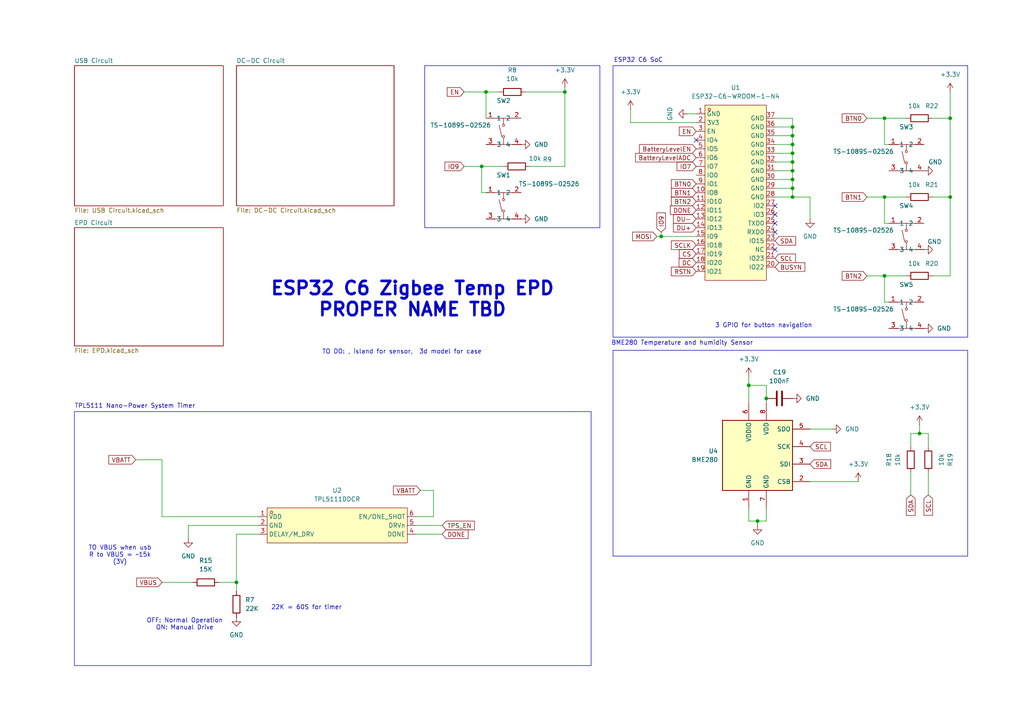
<source format=kicad_sch>
(kicad_sch
	(version 20250114)
	(generator "eeschema")
	(generator_version "9.0")
	(uuid "f5050369-2418-432f-a9a2-1a726701787d")
	(paper "A4")
	(lib_symbols
		(symbol "Device:C"
			(pin_numbers
				(hide yes)
			)
			(pin_names
				(offset 0.254)
			)
			(exclude_from_sim no)
			(in_bom yes)
			(on_board yes)
			(property "Reference" "C"
				(at 0.635 2.54 0)
				(effects
					(font
						(size 1.27 1.27)
					)
					(justify left)
				)
			)
			(property "Value" "C"
				(at 0.635 -2.54 0)
				(effects
					(font
						(size 1.27 1.27)
					)
					(justify left)
				)
			)
			(property "Footprint" ""
				(at 0.9652 -3.81 0)
				(effects
					(font
						(size 1.27 1.27)
					)
					(hide yes)
				)
			)
			(property "Datasheet" "~"
				(at 0 0 0)
				(effects
					(font
						(size 1.27 1.27)
					)
					(hide yes)
				)
			)
			(property "Description" "Unpolarized capacitor"
				(at 0 0 0)
				(effects
					(font
						(size 1.27 1.27)
					)
					(hide yes)
				)
			)
			(property "ki_keywords" "cap capacitor"
				(at 0 0 0)
				(effects
					(font
						(size 1.27 1.27)
					)
					(hide yes)
				)
			)
			(property "ki_fp_filters" "C_*"
				(at 0 0 0)
				(effects
					(font
						(size 1.27 1.27)
					)
					(hide yes)
				)
			)
			(symbol "C_0_1"
				(polyline
					(pts
						(xy -2.032 0.762) (xy 2.032 0.762)
					)
					(stroke
						(width 0.508)
						(type default)
					)
					(fill
						(type none)
					)
				)
				(polyline
					(pts
						(xy -2.032 -0.762) (xy 2.032 -0.762)
					)
					(stroke
						(width 0.508)
						(type default)
					)
					(fill
						(type none)
					)
				)
			)
			(symbol "C_1_1"
				(pin passive line
					(at 0 3.81 270)
					(length 2.794)
					(name "~"
						(effects
							(font
								(size 1.27 1.27)
							)
						)
					)
					(number "1"
						(effects
							(font
								(size 1.27 1.27)
							)
						)
					)
				)
				(pin passive line
					(at 0 -3.81 90)
					(length 2.794)
					(name "~"
						(effects
							(font
								(size 1.27 1.27)
							)
						)
					)
					(number "2"
						(effects
							(font
								(size 1.27 1.27)
							)
						)
					)
				)
			)
			(embedded_fonts no)
		)
		(symbol "Device:R"
			(pin_numbers
				(hide yes)
			)
			(pin_names
				(offset 0)
			)
			(exclude_from_sim no)
			(in_bom yes)
			(on_board yes)
			(property "Reference" "R"
				(at 2.032 0 90)
				(effects
					(font
						(size 1.27 1.27)
					)
				)
			)
			(property "Value" "R"
				(at 0 0 90)
				(effects
					(font
						(size 1.27 1.27)
					)
				)
			)
			(property "Footprint" ""
				(at -1.778 0 90)
				(effects
					(font
						(size 1.27 1.27)
					)
					(hide yes)
				)
			)
			(property "Datasheet" "~"
				(at 0 0 0)
				(effects
					(font
						(size 1.27 1.27)
					)
					(hide yes)
				)
			)
			(property "Description" "Resistor"
				(at 0 0 0)
				(effects
					(font
						(size 1.27 1.27)
					)
					(hide yes)
				)
			)
			(property "ki_keywords" "R res resistor"
				(at 0 0 0)
				(effects
					(font
						(size 1.27 1.27)
					)
					(hide yes)
				)
			)
			(property "ki_fp_filters" "R_*"
				(at 0 0 0)
				(effects
					(font
						(size 1.27 1.27)
					)
					(hide yes)
				)
			)
			(symbol "R_0_1"
				(rectangle
					(start -1.016 -2.54)
					(end 1.016 2.54)
					(stroke
						(width 0.254)
						(type default)
					)
					(fill
						(type none)
					)
				)
			)
			(symbol "R_1_1"
				(pin passive line
					(at 0 3.81 270)
					(length 1.27)
					(name "~"
						(effects
							(font
								(size 1.27 1.27)
							)
						)
					)
					(number "1"
						(effects
							(font
								(size 1.27 1.27)
							)
						)
					)
				)
				(pin passive line
					(at 0 -3.81 90)
					(length 1.27)
					(name "~"
						(effects
							(font
								(size 1.27 1.27)
							)
						)
					)
					(number "2"
						(effects
							(font
								(size 1.27 1.27)
							)
						)
					)
				)
			)
			(embedded_fonts no)
		)
		(symbol "Sensor:BME280"
			(exclude_from_sim no)
			(in_bom yes)
			(on_board yes)
			(property "Reference" "U"
				(at -8.89 11.43 0)
				(effects
					(font
						(size 1.27 1.27)
					)
				)
			)
			(property "Value" "BME280"
				(at 7.62 11.43 0)
				(effects
					(font
						(size 1.27 1.27)
					)
				)
			)
			(property "Footprint" "Package_LGA:Bosch_LGA-8_2.5x2.5mm_P0.65mm_ClockwisePinNumbering"
				(at 38.1 -11.43 0)
				(effects
					(font
						(size 1.27 1.27)
					)
					(hide yes)
				)
			)
			(property "Datasheet" "https://www.bosch-sensortec.com/media/boschsensortec/downloads/datasheets/bst-bme280-ds002.pdf"
				(at 0 -5.08 0)
				(effects
					(font
						(size 1.27 1.27)
					)
					(hide yes)
				)
			)
			(property "Description" "3-in-1 sensor, humidity, pressure, temperature, I2C and SPI interface, 1.71-3.6V, LGA-8"
				(at 0 0 0)
				(effects
					(font
						(size 1.27 1.27)
					)
					(hide yes)
				)
			)
			(property "ki_keywords" "Bosch pressure humidity temperature environment environmental measurement digital"
				(at 0 0 0)
				(effects
					(font
						(size 1.27 1.27)
					)
					(hide yes)
				)
			)
			(property "ki_fp_filters" "*LGA*2.5x2.5mm*P0.65mm*Clockwise*"
				(at 0 0 0)
				(effects
					(font
						(size 1.27 1.27)
					)
					(hide yes)
				)
			)
			(symbol "BME280_0_1"
				(rectangle
					(start -10.16 10.16)
					(end 10.16 -10.16)
					(stroke
						(width 0.254)
						(type default)
					)
					(fill
						(type background)
					)
				)
			)
			(symbol "BME280_1_1"
				(pin power_in line
					(at -2.54 15.24 270)
					(length 5.08)
					(name "VDDIO"
						(effects
							(font
								(size 1.27 1.27)
							)
						)
					)
					(number "6"
						(effects
							(font
								(size 1.27 1.27)
							)
						)
					)
				)
				(pin power_in line
					(at -2.54 -15.24 90)
					(length 5.08)
					(name "GND"
						(effects
							(font
								(size 1.27 1.27)
							)
						)
					)
					(number "1"
						(effects
							(font
								(size 1.27 1.27)
							)
						)
					)
				)
				(pin power_in line
					(at 2.54 15.24 270)
					(length 5.08)
					(name "VDD"
						(effects
							(font
								(size 1.27 1.27)
							)
						)
					)
					(number "8"
						(effects
							(font
								(size 1.27 1.27)
							)
						)
					)
				)
				(pin power_in line
					(at 2.54 -15.24 90)
					(length 5.08)
					(name "GND"
						(effects
							(font
								(size 1.27 1.27)
							)
						)
					)
					(number "7"
						(effects
							(font
								(size 1.27 1.27)
							)
						)
					)
				)
				(pin bidirectional line
					(at 15.24 7.62 180)
					(length 5.08)
					(name "SDO"
						(effects
							(font
								(size 1.27 1.27)
							)
						)
					)
					(number "5"
						(effects
							(font
								(size 1.27 1.27)
							)
						)
					)
				)
				(pin input line
					(at 15.24 2.54 180)
					(length 5.08)
					(name "SCK"
						(effects
							(font
								(size 1.27 1.27)
							)
						)
					)
					(number "4"
						(effects
							(font
								(size 1.27 1.27)
							)
						)
					)
				)
				(pin bidirectional line
					(at 15.24 -2.54 180)
					(length 5.08)
					(name "SDI"
						(effects
							(font
								(size 1.27 1.27)
							)
						)
					)
					(number "3"
						(effects
							(font
								(size 1.27 1.27)
							)
						)
					)
				)
				(pin input line
					(at 15.24 -7.62 180)
					(length 5.08)
					(name "CSB"
						(effects
							(font
								(size 1.27 1.27)
							)
						)
					)
					(number "2"
						(effects
							(font
								(size 1.27 1.27)
							)
						)
					)
				)
			)
			(embedded_fonts no)
		)
		(symbol "da:ESP32-C6-WROOM-1-N4"
			(exclude_from_sim no)
			(in_bom yes)
			(on_board yes)
			(property "Reference" "U"
				(at 0 27.94 0)
				(effects
					(font
						(size 1.27 1.27)
					)
				)
			)
			(property "Value" "ESP32-C6-WROOM-1-N4"
				(at 0 -27.94 0)
				(effects
					(font
						(size 1.27 1.27)
					)
				)
			)
			(property "Footprint" "easyeda2kicad:WIRELM-SMD_ESP32-C6-WROOM-1"
				(at 0 -30.48 0)
				(effects
					(font
						(size 1.27 1.27)
					)
					(hide yes)
				)
			)
			(property "Datasheet" ""
				(at 0 0 0)
				(effects
					(font
						(size 1.27 1.27)
					)
					(hide yes)
				)
			)
			(property "Description" ""
				(at 0 0 0)
				(effects
					(font
						(size 1.27 1.27)
					)
					(hide yes)
				)
			)
			(property "LCSC Part" "C6034714"
				(at 0 -33.02 0)
				(effects
					(font
						(size 1.27 1.27)
					)
					(hide yes)
				)
			)
			(symbol "ESP32-C6-WROOM-1-N4_0_1"
				(rectangle
					(start -8.89 25.4)
					(end 8.89 -25.4)
					(stroke
						(width 0)
						(type default)
					)
					(fill
						(type background)
					)
				)
				(circle
					(center -7.62 24.13)
					(radius 0.38)
					(stroke
						(width 0)
						(type default)
					)
					(fill
						(type none)
					)
				)
				(pin unspecified line
					(at -11.43 22.86 0)
					(length 2.54)
					(name "GND"
						(effects
							(font
								(size 1.27 1.27)
							)
						)
					)
					(number "1"
						(effects
							(font
								(size 1.27 1.27)
							)
						)
					)
				)
				(pin unspecified line
					(at -11.43 20.32 0)
					(length 2.54)
					(name "3V3"
						(effects
							(font
								(size 1.27 1.27)
							)
						)
					)
					(number "2"
						(effects
							(font
								(size 1.27 1.27)
							)
						)
					)
				)
				(pin unspecified line
					(at -11.43 17.78 0)
					(length 2.54)
					(name "EN"
						(effects
							(font
								(size 1.27 1.27)
							)
						)
					)
					(number "3"
						(effects
							(font
								(size 1.27 1.27)
							)
						)
					)
				)
				(pin unspecified line
					(at -11.43 15.24 0)
					(length 2.54)
					(name "IO4"
						(effects
							(font
								(size 1.27 1.27)
							)
						)
					)
					(number "4"
						(effects
							(font
								(size 1.27 1.27)
							)
						)
					)
				)
				(pin unspecified line
					(at -11.43 12.7 0)
					(length 2.54)
					(name "IO5"
						(effects
							(font
								(size 1.27 1.27)
							)
						)
					)
					(number "5"
						(effects
							(font
								(size 1.27 1.27)
							)
						)
					)
				)
				(pin unspecified line
					(at -11.43 10.16 0)
					(length 2.54)
					(name "IO6"
						(effects
							(font
								(size 1.27 1.27)
							)
						)
					)
					(number "6"
						(effects
							(font
								(size 1.27 1.27)
							)
						)
					)
				)
				(pin unspecified line
					(at -11.43 7.62 0)
					(length 2.54)
					(name "IO7"
						(effects
							(font
								(size 1.27 1.27)
							)
						)
					)
					(number "7"
						(effects
							(font
								(size 1.27 1.27)
							)
						)
					)
				)
				(pin unspecified line
					(at -11.43 5.08 0)
					(length 2.54)
					(name "IO0"
						(effects
							(font
								(size 1.27 1.27)
							)
						)
					)
					(number "8"
						(effects
							(font
								(size 1.27 1.27)
							)
						)
					)
				)
				(pin unspecified line
					(at -11.43 2.54 0)
					(length 2.54)
					(name "IO1"
						(effects
							(font
								(size 1.27 1.27)
							)
						)
					)
					(number "9"
						(effects
							(font
								(size 1.27 1.27)
							)
						)
					)
				)
				(pin unspecified line
					(at -11.43 0 0)
					(length 2.54)
					(name "IO8"
						(effects
							(font
								(size 1.27 1.27)
							)
						)
					)
					(number "10"
						(effects
							(font
								(size 1.27 1.27)
							)
						)
					)
				)
				(pin unspecified line
					(at -11.43 -2.54 0)
					(length 2.54)
					(name "IO10"
						(effects
							(font
								(size 1.27 1.27)
							)
						)
					)
					(number "11"
						(effects
							(font
								(size 1.27 1.27)
							)
						)
					)
				)
				(pin unspecified line
					(at -11.43 -5.08 0)
					(length 2.54)
					(name "IO11"
						(effects
							(font
								(size 1.27 1.27)
							)
						)
					)
					(number "12"
						(effects
							(font
								(size 1.27 1.27)
							)
						)
					)
				)
				(pin unspecified line
					(at -11.43 -7.62 0)
					(length 2.54)
					(name "IO12"
						(effects
							(font
								(size 1.27 1.27)
							)
						)
					)
					(number "13"
						(effects
							(font
								(size 1.27 1.27)
							)
						)
					)
				)
				(pin unspecified line
					(at -11.43 -10.16 0)
					(length 2.54)
					(name "IO13"
						(effects
							(font
								(size 1.27 1.27)
							)
						)
					)
					(number "14"
						(effects
							(font
								(size 1.27 1.27)
							)
						)
					)
				)
				(pin unspecified line
					(at -11.43 -12.7 0)
					(length 2.54)
					(name "IO9"
						(effects
							(font
								(size 1.27 1.27)
							)
						)
					)
					(number "15"
						(effects
							(font
								(size 1.27 1.27)
							)
						)
					)
				)
				(pin unspecified line
					(at -11.43 -15.24 0)
					(length 2.54)
					(name "IO18"
						(effects
							(font
								(size 1.27 1.27)
							)
						)
					)
					(number "16"
						(effects
							(font
								(size 1.27 1.27)
							)
						)
					)
				)
				(pin unspecified line
					(at -11.43 -17.78 0)
					(length 2.54)
					(name "IO19"
						(effects
							(font
								(size 1.27 1.27)
							)
						)
					)
					(number "17"
						(effects
							(font
								(size 1.27 1.27)
							)
						)
					)
				)
				(pin unspecified line
					(at -11.43 -20.32 0)
					(length 2.54)
					(name "IO20"
						(effects
							(font
								(size 1.27 1.27)
							)
						)
					)
					(number "18"
						(effects
							(font
								(size 1.27 1.27)
							)
						)
					)
				)
				(pin unspecified line
					(at -11.43 -22.86 0)
					(length 2.54)
					(name "IO21"
						(effects
							(font
								(size 1.27 1.27)
							)
						)
					)
					(number "19"
						(effects
							(font
								(size 1.27 1.27)
							)
						)
					)
				)
				(pin unspecified line
					(at 11.43 21.59 180)
					(length 2.54)
					(name "GND"
						(effects
							(font
								(size 1.27 1.27)
							)
						)
					)
					(number "37"
						(effects
							(font
								(size 1.27 1.27)
							)
						)
					)
				)
				(pin unspecified line
					(at 11.43 19.05 180)
					(length 2.54)
					(name "GND"
						(effects
							(font
								(size 1.27 1.27)
							)
						)
					)
					(number "36"
						(effects
							(font
								(size 1.27 1.27)
							)
						)
					)
				)
				(pin unspecified line
					(at 11.43 16.51 180)
					(length 2.54)
					(name "GND"
						(effects
							(font
								(size 1.27 1.27)
							)
						)
					)
					(number "35"
						(effects
							(font
								(size 1.27 1.27)
							)
						)
					)
				)
				(pin unspecified line
					(at 11.43 13.97 180)
					(length 2.54)
					(name "GND"
						(effects
							(font
								(size 1.27 1.27)
							)
						)
					)
					(number "34"
						(effects
							(font
								(size 1.27 1.27)
							)
						)
					)
				)
				(pin unspecified line
					(at 11.43 11.43 180)
					(length 2.54)
					(name "GND"
						(effects
							(font
								(size 1.27 1.27)
							)
						)
					)
					(number "33"
						(effects
							(font
								(size 1.27 1.27)
							)
						)
					)
				)
				(pin unspecified line
					(at 11.43 8.89 180)
					(length 2.54)
					(name "GND"
						(effects
							(font
								(size 1.27 1.27)
							)
						)
					)
					(number "32"
						(effects
							(font
								(size 1.27 1.27)
							)
						)
					)
				)
				(pin unspecified line
					(at 11.43 6.35 180)
					(length 2.54)
					(name "GND"
						(effects
							(font
								(size 1.27 1.27)
							)
						)
					)
					(number "31"
						(effects
							(font
								(size 1.27 1.27)
							)
						)
					)
				)
				(pin unspecified line
					(at 11.43 3.81 180)
					(length 2.54)
					(name "GND"
						(effects
							(font
								(size 1.27 1.27)
							)
						)
					)
					(number "30"
						(effects
							(font
								(size 1.27 1.27)
							)
						)
					)
				)
				(pin unspecified line
					(at 11.43 1.27 180)
					(length 2.54)
					(name "GND"
						(effects
							(font
								(size 1.27 1.27)
							)
						)
					)
					(number "29"
						(effects
							(font
								(size 1.27 1.27)
							)
						)
					)
				)
				(pin unspecified line
					(at 11.43 -1.27 180)
					(length 2.54)
					(name "GND"
						(effects
							(font
								(size 1.27 1.27)
							)
						)
					)
					(number "28"
						(effects
							(font
								(size 1.27 1.27)
							)
						)
					)
				)
				(pin unspecified line
					(at 11.43 -3.81 180)
					(length 2.54)
					(name "IO2"
						(effects
							(font
								(size 1.27 1.27)
							)
						)
					)
					(number "27"
						(effects
							(font
								(size 1.27 1.27)
							)
						)
					)
				)
				(pin unspecified line
					(at 11.43 -6.35 180)
					(length 2.54)
					(name "IO3"
						(effects
							(font
								(size 1.27 1.27)
							)
						)
					)
					(number "26"
						(effects
							(font
								(size 1.27 1.27)
							)
						)
					)
				)
				(pin unspecified line
					(at 11.43 -8.89 180)
					(length 2.54)
					(name "TXD0"
						(effects
							(font
								(size 1.27 1.27)
							)
						)
					)
					(number "25"
						(effects
							(font
								(size 1.27 1.27)
							)
						)
					)
				)
				(pin unspecified line
					(at 11.43 -11.43 180)
					(length 2.54)
					(name "RXD0"
						(effects
							(font
								(size 1.27 1.27)
							)
						)
					)
					(number "24"
						(effects
							(font
								(size 1.27 1.27)
							)
						)
					)
				)
				(pin unspecified line
					(at 11.43 -13.97 180)
					(length 2.54)
					(name "IO15"
						(effects
							(font
								(size 1.27 1.27)
							)
						)
					)
					(number "23"
						(effects
							(font
								(size 1.27 1.27)
							)
						)
					)
				)
				(pin unspecified line
					(at 11.43 -16.51 180)
					(length 2.54)
					(name "NC"
						(effects
							(font
								(size 1.27 1.27)
							)
						)
					)
					(number "22"
						(effects
							(font
								(size 1.27 1.27)
							)
						)
					)
				)
				(pin unspecified line
					(at 11.43 -19.05 180)
					(length 2.54)
					(name "IO23"
						(effects
							(font
								(size 1.27 1.27)
							)
						)
					)
					(number "21"
						(effects
							(font
								(size 1.27 1.27)
							)
						)
					)
				)
				(pin unspecified line
					(at 11.43 -21.59 180)
					(length 2.54)
					(name "IO22"
						(effects
							(font
								(size 1.27 1.27)
							)
						)
					)
					(number "20"
						(effects
							(font
								(size 1.27 1.27)
							)
						)
					)
				)
			)
			(embedded_fonts no)
		)
		(symbol "da:TPL5111DDCR"
			(exclude_from_sim no)
			(in_bom yes)
			(on_board yes)
			(property "Reference" "U"
				(at 0 7.62 0)
				(effects
					(font
						(size 1.27 1.27)
					)
				)
			)
			(property "Value" "TPL5111DDCR"
				(at 0 -7.62 0)
				(effects
					(font
						(size 1.27 1.27)
					)
				)
			)
			(property "Footprint" "easyeda2kicad:TSOT-23-6_L2.9-W1.6-P0.95-LS2.8-BL"
				(at 0 -10.16 0)
				(effects
					(font
						(size 1.27 1.27)
					)
					(hide yes)
				)
			)
			(property "Datasheet" ""
				(at 0 0 0)
				(effects
					(font
						(size 1.27 1.27)
					)
					(hide yes)
				)
			)
			(property "Description" ""
				(at 0 0 0)
				(effects
					(font
						(size 1.27 1.27)
					)
					(hide yes)
				)
			)
			(property "LCSC Part" "C2870554"
				(at 0 -12.7 0)
				(effects
					(font
						(size 1.27 1.27)
					)
					(hide yes)
				)
			)
			(symbol "TPL5111DDCR_0_1"
				(rectangle
					(start -20.32 5.08)
					(end 20.32 -5.08)
					(stroke
						(width 0)
						(type default)
					)
					(fill
						(type background)
					)
				)
				(circle
					(center -19.05 3.81)
					(radius 0.38)
					(stroke
						(width 0)
						(type default)
					)
					(fill
						(type none)
					)
				)
				(pin unspecified line
					(at -22.86 2.54 0)
					(length 2.54)
					(name "VDD"
						(effects
							(font
								(size 1.27 1.27)
							)
						)
					)
					(number "1"
						(effects
							(font
								(size 1.27 1.27)
							)
						)
					)
				)
				(pin unspecified line
					(at -22.86 0 0)
					(length 2.54)
					(name "GND"
						(effects
							(font
								(size 1.27 1.27)
							)
						)
					)
					(number "2"
						(effects
							(font
								(size 1.27 1.27)
							)
						)
					)
				)
				(pin unspecified line
					(at -22.86 -2.54 0)
					(length 2.54)
					(name "DELAY/M_DRV"
						(effects
							(font
								(size 1.27 1.27)
							)
						)
					)
					(number "3"
						(effects
							(font
								(size 1.27 1.27)
							)
						)
					)
				)
				(pin unspecified line
					(at 22.86 2.54 180)
					(length 2.54)
					(name "EN/ONE_SHOT"
						(effects
							(font
								(size 1.27 1.27)
							)
						)
					)
					(number "6"
						(effects
							(font
								(size 1.27 1.27)
							)
						)
					)
				)
				(pin unspecified line
					(at 22.86 0 180)
					(length 2.54)
					(name "DRVn"
						(effects
							(font
								(size 1.27 1.27)
							)
						)
					)
					(number "5"
						(effects
							(font
								(size 1.27 1.27)
							)
						)
					)
				)
				(pin unspecified line
					(at 22.86 -2.54 180)
					(length 2.54)
					(name "DONE"
						(effects
							(font
								(size 1.27 1.27)
							)
						)
					)
					(number "4"
						(effects
							(font
								(size 1.27 1.27)
							)
						)
					)
				)
			)
			(embedded_fonts no)
		)
		(symbol "da:TS-1089S-02526"
			(exclude_from_sim no)
			(in_bom yes)
			(on_board yes)
			(property "Reference" "SW"
				(at 0 7.62 0)
				(effects
					(font
						(size 1.27 1.27)
					)
				)
			)
			(property "Value" "TS-1089S-02526"
				(at 0 -10.16 0)
				(effects
					(font
						(size 1.27 1.27)
					)
				)
			)
			(property "Footprint" "easyeda2kicad:SW-SMD_4P-L4.2-W3.3-P2.15-LS5.1"
				(at 0 -12.7 0)
				(effects
					(font
						(size 1.27 1.27)
					)
					(hide yes)
				)
			)
			(property "Datasheet" "https://lcsc.com/product-detail/New-Arrivals_XUNPU-TS-1089S-02526_C455282.html"
				(at 0 -15.24 0)
				(effects
					(font
						(size 1.27 1.27)
					)
					(hide yes)
				)
			)
			(property "Description" ""
				(at 0 0 0)
				(effects
					(font
						(size 1.27 1.27)
					)
					(hide yes)
				)
			)
			(property "LCSC Part" "C455282"
				(at 0 -17.78 0)
				(effects
					(font
						(size 1.27 1.27)
					)
					(hide yes)
				)
			)
			(symbol "TS-1089S-02526_0_1"
				(polyline
					(pts
						(xy -2.54 2.54) (xy 2.54 2.54)
					)
					(stroke
						(width 0)
						(type default)
					)
					(fill
						(type none)
					)
				)
				(polyline
					(pts
						(xy -2.54 -5.08) (xy 2.54 -5.08)
					)
					(stroke
						(width 0)
						(type default)
					)
					(fill
						(type none)
					)
				)
				(polyline
					(pts
						(xy -0.51 -2.79) (xy -1.27 0.51)
					)
					(stroke
						(width 0)
						(type default)
					)
					(fill
						(type none)
					)
				)
				(polyline
					(pts
						(xy 0 0.76) (xy 0 2.54)
					)
					(stroke
						(width 0)
						(type default)
					)
					(fill
						(type none)
					)
				)
				(circle
					(center 0 0.51)
					(radius 0.32)
					(stroke
						(width 0)
						(type default)
					)
					(fill
						(type none)
					)
				)
				(circle
					(center 0 -2.79)
					(radius 0.32)
					(stroke
						(width 0)
						(type default)
					)
					(fill
						(type none)
					)
				)
				(polyline
					(pts
						(xy 0 -3.3) (xy 0 -5.08)
					)
					(stroke
						(width 0)
						(type default)
					)
					(fill
						(type none)
					)
				)
				(pin unspecified line
					(at -5.08 2.54 0)
					(length 2.54)
					(name "1"
						(effects
							(font
								(size 1.27 1.27)
							)
						)
					)
					(number "1"
						(effects
							(font
								(size 1.27 1.27)
							)
						)
					)
				)
				(pin unspecified line
					(at -5.08 -5.08 0)
					(length 2.54)
					(name "3"
						(effects
							(font
								(size 1.27 1.27)
							)
						)
					)
					(number "3"
						(effects
							(font
								(size 1.27 1.27)
							)
						)
					)
				)
				(pin unspecified line
					(at 5.08 2.54 180)
					(length 2.54)
					(name "2"
						(effects
							(font
								(size 1.27 1.27)
							)
						)
					)
					(number "2"
						(effects
							(font
								(size 1.27 1.27)
							)
						)
					)
				)
				(pin unspecified line
					(at 5.08 -5.08 180)
					(length 2.54)
					(name "4"
						(effects
							(font
								(size 1.27 1.27)
							)
						)
					)
					(number "4"
						(effects
							(font
								(size 1.27 1.27)
							)
						)
					)
				)
			)
			(embedded_fonts no)
		)
		(symbol "power:+3.3V"
			(power)
			(pin_numbers
				(hide yes)
			)
			(pin_names
				(offset 0)
				(hide yes)
			)
			(exclude_from_sim no)
			(in_bom yes)
			(on_board yes)
			(property "Reference" "#PWR"
				(at 0 -3.81 0)
				(effects
					(font
						(size 1.27 1.27)
					)
					(hide yes)
				)
			)
			(property "Value" "+3.3V"
				(at 0 3.556 0)
				(effects
					(font
						(size 1.27 1.27)
					)
				)
			)
			(property "Footprint" ""
				(at 0 0 0)
				(effects
					(font
						(size 1.27 1.27)
					)
					(hide yes)
				)
			)
			(property "Datasheet" ""
				(at 0 0 0)
				(effects
					(font
						(size 1.27 1.27)
					)
					(hide yes)
				)
			)
			(property "Description" "Power symbol creates a global label with name \"+3.3V\""
				(at 0 0 0)
				(effects
					(font
						(size 1.27 1.27)
					)
					(hide yes)
				)
			)
			(property "ki_keywords" "global power"
				(at 0 0 0)
				(effects
					(font
						(size 1.27 1.27)
					)
					(hide yes)
				)
			)
			(symbol "+3.3V_0_1"
				(polyline
					(pts
						(xy -0.762 1.27) (xy 0 2.54)
					)
					(stroke
						(width 0)
						(type default)
					)
					(fill
						(type none)
					)
				)
				(polyline
					(pts
						(xy 0 2.54) (xy 0.762 1.27)
					)
					(stroke
						(width 0)
						(type default)
					)
					(fill
						(type none)
					)
				)
				(polyline
					(pts
						(xy 0 0) (xy 0 2.54)
					)
					(stroke
						(width 0)
						(type default)
					)
					(fill
						(type none)
					)
				)
			)
			(symbol "+3.3V_1_1"
				(pin power_in line
					(at 0 0 90)
					(length 0)
					(name "~"
						(effects
							(font
								(size 1.27 1.27)
							)
						)
					)
					(number "1"
						(effects
							(font
								(size 1.27 1.27)
							)
						)
					)
				)
			)
			(embedded_fonts no)
		)
		(symbol "power:GND"
			(power)
			(pin_numbers
				(hide yes)
			)
			(pin_names
				(offset 0)
				(hide yes)
			)
			(exclude_from_sim no)
			(in_bom yes)
			(on_board yes)
			(property "Reference" "#PWR"
				(at 0 -6.35 0)
				(effects
					(font
						(size 1.27 1.27)
					)
					(hide yes)
				)
			)
			(property "Value" "GND"
				(at 0 -3.81 0)
				(effects
					(font
						(size 1.27 1.27)
					)
				)
			)
			(property "Footprint" ""
				(at 0 0 0)
				(effects
					(font
						(size 1.27 1.27)
					)
					(hide yes)
				)
			)
			(property "Datasheet" ""
				(at 0 0 0)
				(effects
					(font
						(size 1.27 1.27)
					)
					(hide yes)
				)
			)
			(property "Description" "Power symbol creates a global label with name \"GND\" , ground"
				(at 0 0 0)
				(effects
					(font
						(size 1.27 1.27)
					)
					(hide yes)
				)
			)
			(property "ki_keywords" "global power"
				(at 0 0 0)
				(effects
					(font
						(size 1.27 1.27)
					)
					(hide yes)
				)
			)
			(symbol "GND_0_1"
				(polyline
					(pts
						(xy 0 0) (xy 0 -1.27) (xy 1.27 -1.27) (xy 0 -2.54) (xy -1.27 -1.27) (xy 0 -1.27)
					)
					(stroke
						(width 0)
						(type default)
					)
					(fill
						(type none)
					)
				)
			)
			(symbol "GND_1_1"
				(pin power_in line
					(at 0 0 270)
					(length 0)
					(name "~"
						(effects
							(font
								(size 1.27 1.27)
							)
						)
					)
					(number "1"
						(effects
							(font
								(size 1.27 1.27)
							)
						)
					)
				)
			)
			(embedded_fonts no)
		)
	)
	(rectangle
		(start 21.59 119.38)
		(end 171.45 193.04)
		(stroke
			(width 0)
			(type default)
		)
		(fill
			(type none)
		)
		(uuid 2b26a7f9-e10b-44fc-b687-31b4d67d4acb)
	)
	(rectangle
		(start 123.19 19.05)
		(end 173.99 66.04)
		(stroke
			(width 0)
			(type default)
		)
		(fill
			(type none)
		)
		(uuid 6e46a149-961a-44b4-a121-b0d8ab1b7618)
	)
	(rectangle
		(start 177.8 101.6)
		(end 280.67 161.29)
		(stroke
			(width 0)
			(type default)
		)
		(fill
			(type none)
		)
		(uuid bf57a0db-0a6a-47ff-a01e-8226ccf22db1)
	)
	(rectangle
		(start 177.8 19.05)
		(end 280.67 97.79)
		(stroke
			(width 0)
			(type default)
		)
		(fill
			(type none)
		)
		(uuid e397f764-d894-471c-931d-7653ccab327e)
	)
	(text "ESP32 C6 SoC"
		(exclude_from_sim no)
		(at 185.166 17.526 0)
		(effects
			(font
				(size 1.27 1.27)
			)
		)
		(uuid "0138da64-88c9-43d9-9cba-164999bda030")
	)
	(text "OFF: Normal Operation\nON: Manual Drive"
		(exclude_from_sim no)
		(at 53.594 181.102 0)
		(effects
			(font
				(size 1.27 1.27)
			)
		)
		(uuid "02bed356-84e4-485d-b4b8-9d5ba09622a2")
	)
	(text "3 GPIO for button navigation"
		(exclude_from_sim no)
		(at 221.488 94.488 0)
		(effects
			(font
				(size 1.27 1.27)
			)
		)
		(uuid "3bae4f26-5fae-43a4-af06-6c2f1612e361")
	)
	(text "TO DO: , island for sensor,  3d model for case\n"
		(exclude_from_sim no)
		(at 116.586 102.108 0)
		(effects
			(font
				(size 1.27 1.27)
			)
		)
		(uuid "3c51def0-8e89-464d-862a-eae633e639b4")
	)
	(text "TO VBUS when usb\nR to VBUS = ~15k\n(3V)"
		(exclude_from_sim no)
		(at 34.798 161.036 0)
		(effects
			(font
				(size 1.27 1.27)
			)
		)
		(uuid "3f3ff56f-04b1-4ec9-b47f-4ebaaeecc933")
	)
	(text "TPL5111 Nano-Power System Timer "
		(exclude_from_sim no)
		(at 39.624 117.856 0)
		(effects
			(font
				(size 1.27 1.27)
			)
		)
		(uuid "52c4e073-2bfb-4eec-acab-52a4ca7c6674")
	)
	(text "ESP32 C6 Zigbee Temp EPD\nPROPER NAME TBD"
		(exclude_from_sim no)
		(at 119.634 86.868 0)
		(effects
			(font
				(size 3.81 3.81)
				(thickness 0.762)
				(bold yes)
			)
		)
		(uuid "7cd54d3d-7cd2-4353-a2a1-35ed64848133")
	)
	(text "22K = 60S for timer"
		(exclude_from_sim no)
		(at 88.9 176.276 0)
		(effects
			(font
				(size 1.27 1.27)
			)
		)
		(uuid "a0e48909-fa5e-459b-973d-8423ab25224f")
	)
	(text "BME280 Temperature and humidity Sensor"
		(exclude_from_sim no)
		(at 197.866 99.568 0)
		(effects
			(font
				(size 1.27 1.27)
			)
		)
		(uuid "e2cd3eba-cc1e-4466-a0ec-b6de8cc40320")
	)
	(junction
		(at 229.87 39.37)
		(diameter 0)
		(color 0 0 0 0)
		(uuid "046d7e09-cd1a-4fcb-b944-d74bcaed67d3")
	)
	(junction
		(at 163.83 26.67)
		(diameter 0)
		(color 0 0 0 0)
		(uuid "07e7e3e4-ddf2-4a12-a79c-e2472f685aa8")
	)
	(junction
		(at 229.87 46.99)
		(diameter 0)
		(color 0 0 0 0)
		(uuid "0de26cc0-4b27-4c69-b916-7da23133af37")
	)
	(junction
		(at 229.87 44.45)
		(diameter 0)
		(color 0 0 0 0)
		(uuid "102c6dcd-d1d6-4a1f-8a73-d801a2278c5d")
	)
	(junction
		(at 229.87 54.61)
		(diameter 0)
		(color 0 0 0 0)
		(uuid "22e9a1cc-fba0-4d03-bb94-467822b4ff48")
	)
	(junction
		(at 222.25 115.57)
		(diameter 0)
		(color 0 0 0 0)
		(uuid "27ca6119-e3b4-437d-8644-b3115fd97443")
	)
	(junction
		(at 266.7 125.73)
		(diameter 0)
		(color 0 0 0 0)
		(uuid "31f968ba-82c9-41b1-8e22-35b9366e9ed1")
	)
	(junction
		(at 140.97 26.67)
		(diameter 0)
		(color 0 0 0 0)
		(uuid "338bef94-eb2e-44d3-a14d-59d90d1bdb35")
	)
	(junction
		(at 275.59 34.29)
		(diameter 0)
		(color 0 0 0 0)
		(uuid "346cbf77-044e-4a4c-85b5-5e587f01664b")
	)
	(junction
		(at 229.87 49.53)
		(diameter 0)
		(color 0 0 0 0)
		(uuid "3c8372c0-03a5-445d-8079-a6527aa7344e")
	)
	(junction
		(at 219.71 151.13)
		(diameter 0)
		(color 0 0 0 0)
		(uuid "3de028ce-ce70-4d00-a5e8-f82237571961")
	)
	(junction
		(at 229.87 52.07)
		(diameter 0)
		(color 0 0 0 0)
		(uuid "4691dd46-2f36-4ceb-a835-1331b3cccc02")
	)
	(junction
		(at 229.87 36.83)
		(diameter 0)
		(color 0 0 0 0)
		(uuid "61e9ec03-aa06-411a-a029-c898565b26a3")
	)
	(junction
		(at 256.54 80.01)
		(diameter 0)
		(color 0 0 0 0)
		(uuid "71cbb877-c219-4436-a650-a0f7a5fae69e")
	)
	(junction
		(at 256.54 57.15)
		(diameter 0)
		(color 0 0 0 0)
		(uuid "759c56c9-80b1-48f7-a890-342090816b50")
	)
	(junction
		(at 217.17 111.76)
		(diameter 0)
		(color 0 0 0 0)
		(uuid "94aa0d30-86fb-45c6-a620-eed78f14fa88")
	)
	(junction
		(at 275.59 57.15)
		(diameter 0)
		(color 0 0 0 0)
		(uuid "9b9ec864-6272-4be1-aca3-c5a5a8e89535")
	)
	(junction
		(at 139.7 48.26)
		(diameter 0)
		(color 0 0 0 0)
		(uuid "aa28f17e-16b7-4558-811e-d3d56acc973b")
	)
	(junction
		(at 229.87 41.91)
		(diameter 0)
		(color 0 0 0 0)
		(uuid "d7014897-d520-45ae-a226-5a71bc5c79e2")
	)
	(junction
		(at 68.58 168.91)
		(diameter 0)
		(color 0 0 0 0)
		(uuid "dd70979d-6da7-4cfc-bc7f-015739e18564")
	)
	(junction
		(at 191.77 68.58)
		(diameter 0)
		(color 0 0 0 0)
		(uuid "de658208-43de-46ea-af33-1d729813394d")
	)
	(junction
		(at 256.54 34.29)
		(diameter 0)
		(color 0 0 0 0)
		(uuid "f0477a93-c9df-4a50-9263-b44706ab66d6")
	)
	(junction
		(at 229.87 57.15)
		(diameter 0)
		(color 0 0 0 0)
		(uuid "f6d25b42-08da-423d-8f18-42e0a81c11ce")
	)
	(no_connect
		(at 224.79 67.31)
		(uuid "154c0d01-b5b6-4024-ab09-cd5e83d30d10")
	)
	(no_connect
		(at 224.79 62.23)
		(uuid "23012a3f-d1d2-4a7a-a438-02c0e78d727a")
	)
	(no_connect
		(at 224.79 72.39)
		(uuid "244d25f9-cf1d-4733-825c-8728727f5289")
	)
	(no_connect
		(at 201.93 40.64)
		(uuid "3db1f0ef-b293-4c76-86e5-e1cb9ef93d91")
	)
	(no_connect
		(at 224.79 59.69)
		(uuid "7ab170c0-af49-47b0-9695-e6935a0627ef")
	)
	(no_connect
		(at 224.79 64.77)
		(uuid "d3cf6204-6a40-44ef-8889-4d9e1bcd2138")
	)
	(wire
		(pts
			(xy 275.59 57.15) (xy 270.51 57.15)
		)
		(stroke
			(width 0)
			(type default)
		)
		(uuid "01636e11-6f14-4649-a448-5455d5cbdd07")
	)
	(wire
		(pts
			(xy 251.46 34.29) (xy 256.54 34.29)
		)
		(stroke
			(width 0)
			(type default)
		)
		(uuid "01bbc4f4-af79-422a-b2da-330013847a23")
	)
	(wire
		(pts
			(xy 163.83 26.67) (xy 163.83 48.26)
		)
		(stroke
			(width 0)
			(type default)
		)
		(uuid "02bce75c-a584-43de-95b5-207acf02514e")
	)
	(wire
		(pts
			(xy 68.58 168.91) (xy 68.58 171.45)
		)
		(stroke
			(width 0)
			(type default)
		)
		(uuid "050d0768-0722-4c8d-9ef1-03ec7c939905")
	)
	(wire
		(pts
			(xy 275.59 34.29) (xy 270.51 34.29)
		)
		(stroke
			(width 0)
			(type default)
		)
		(uuid "06748b2d-ee30-4254-aed7-f95d5cb56193")
	)
	(wire
		(pts
			(xy 224.79 41.91) (xy 229.87 41.91)
		)
		(stroke
			(width 0)
			(type default)
		)
		(uuid "09869fd1-671a-4151-a84e-5cdcb52bfaa2")
	)
	(wire
		(pts
			(xy 229.87 46.99) (xy 229.87 49.53)
		)
		(stroke
			(width 0)
			(type default)
		)
		(uuid "10d828ed-306d-4edb-b1d1-d5920e358b1d")
	)
	(wire
		(pts
			(xy 264.16 125.73) (xy 266.7 125.73)
		)
		(stroke
			(width 0)
			(type default)
		)
		(uuid "172325be-5358-458f-84e4-01bbafd968c3")
	)
	(wire
		(pts
			(xy 217.17 151.13) (xy 219.71 151.13)
		)
		(stroke
			(width 0)
			(type default)
		)
		(uuid "1723a562-236f-4b4a-85a8-62adc95a6d28")
	)
	(wire
		(pts
			(xy 222.25 111.76) (xy 217.17 111.76)
		)
		(stroke
			(width 0)
			(type default)
		)
		(uuid "1b0887d6-caeb-4223-bb1f-8ab4d3c8ef21")
	)
	(wire
		(pts
			(xy 224.79 34.29) (xy 229.87 34.29)
		)
		(stroke
			(width 0)
			(type default)
		)
		(uuid "1d39b0a0-aeee-455e-b6c6-5f7508e69013")
	)
	(wire
		(pts
			(xy 68.58 154.94) (xy 68.58 168.91)
		)
		(stroke
			(width 0)
			(type default)
		)
		(uuid "1dd8aa85-5705-4f3a-91b7-8048057a12d7")
	)
	(wire
		(pts
			(xy 139.7 48.26) (xy 139.7 55.88)
		)
		(stroke
			(width 0)
			(type default)
		)
		(uuid "1df06434-5ca9-48d5-9fe5-6a4f846a43f6")
	)
	(wire
		(pts
			(xy 163.83 25.4) (xy 163.83 26.67)
		)
		(stroke
			(width 0)
			(type default)
		)
		(uuid "21f964f6-6495-4e01-b78f-bcf1a082c251")
	)
	(wire
		(pts
			(xy 229.87 44.45) (xy 229.87 46.99)
		)
		(stroke
			(width 0)
			(type default)
		)
		(uuid "23be225a-d725-45b2-b2ef-a92c8b52de85")
	)
	(wire
		(pts
			(xy 217.17 147.32) (xy 217.17 151.13)
		)
		(stroke
			(width 0)
			(type default)
		)
		(uuid "2527642d-11f2-460f-9908-1fe49d7f16b0")
	)
	(wire
		(pts
			(xy 201.93 35.56) (xy 182.88 35.56)
		)
		(stroke
			(width 0)
			(type default)
		)
		(uuid "27f29ed5-4761-408d-90a5-5cd64e557066")
	)
	(wire
		(pts
			(xy 134.62 26.67) (xy 140.97 26.67)
		)
		(stroke
			(width 0)
			(type default)
		)
		(uuid "28a78c78-80b7-4988-ba2a-66e2c333180a")
	)
	(wire
		(pts
			(xy 222.25 116.84) (xy 222.25 115.57)
		)
		(stroke
			(width 0)
			(type default)
		)
		(uuid "29056b6f-a86e-46bd-a5f6-584e30f76449")
	)
	(wire
		(pts
			(xy 256.54 80.01) (xy 262.89 80.01)
		)
		(stroke
			(width 0)
			(type default)
		)
		(uuid "2a0d83c6-86b8-4983-8aff-cc3ba04c04b0")
	)
	(wire
		(pts
			(xy 128.27 154.94) (xy 120.65 154.94)
		)
		(stroke
			(width 0)
			(type default)
		)
		(uuid "3386d13b-bb18-43b2-a143-c24e5d185e76")
	)
	(wire
		(pts
			(xy 234.95 124.46) (xy 241.3 124.46)
		)
		(stroke
			(width 0)
			(type default)
		)
		(uuid "33a7cb2c-df42-4171-a8db-3a92687c2c13")
	)
	(wire
		(pts
			(xy 120.65 149.86) (xy 125.73 149.86)
		)
		(stroke
			(width 0)
			(type default)
		)
		(uuid "34da3d75-dc8d-4902-855e-3ed8d3da6fa9")
	)
	(wire
		(pts
			(xy 222.25 147.32) (xy 222.25 151.13)
		)
		(stroke
			(width 0)
			(type default)
		)
		(uuid "380ac36c-f45b-4fd9-931a-e5a41066df25")
	)
	(wire
		(pts
			(xy 251.46 80.01) (xy 256.54 80.01)
		)
		(stroke
			(width 0)
			(type default)
		)
		(uuid "389867ef-e002-41e6-83b0-9fd177f9988b")
	)
	(wire
		(pts
			(xy 251.46 57.15) (xy 256.54 57.15)
		)
		(stroke
			(width 0)
			(type default)
		)
		(uuid "3932b6d6-207f-4da9-89b3-a3b3fa7c97ca")
	)
	(wire
		(pts
			(xy 234.95 57.15) (xy 234.95 63.5)
		)
		(stroke
			(width 0)
			(type default)
		)
		(uuid "3d405b90-4c30-4a62-ad9f-376112ff6f15")
	)
	(wire
		(pts
			(xy 54.61 152.4) (xy 54.61 156.21)
		)
		(stroke
			(width 0)
			(type default)
		)
		(uuid "4168247b-cb5e-4365-b439-00f361b1f5fd")
	)
	(wire
		(pts
			(xy 128.27 152.4) (xy 120.65 152.4)
		)
		(stroke
			(width 0)
			(type default)
		)
		(uuid "41732327-ec94-4097-9c6c-6a0b6592d68a")
	)
	(wire
		(pts
			(xy 256.54 57.15) (xy 262.89 57.15)
		)
		(stroke
			(width 0)
			(type default)
		)
		(uuid "44f503fb-78cb-420c-9313-e71c269f6170")
	)
	(wire
		(pts
			(xy 275.59 34.29) (xy 275.59 26.67)
		)
		(stroke
			(width 0)
			(type default)
		)
		(uuid "4809c321-e942-427e-a5e5-a9cbe2ba9f8e")
	)
	(wire
		(pts
			(xy 224.79 54.61) (xy 229.87 54.61)
		)
		(stroke
			(width 0)
			(type default)
		)
		(uuid "48da4b15-93ea-49f9-9161-03a1b01d1f0a")
	)
	(wire
		(pts
			(xy 152.4 26.67) (xy 163.83 26.67)
		)
		(stroke
			(width 0)
			(type default)
		)
		(uuid "4a644049-aff5-4aab-bd7d-3245577c4c74")
	)
	(wire
		(pts
			(xy 125.73 149.86) (xy 125.73 142.24)
		)
		(stroke
			(width 0)
			(type default)
		)
		(uuid "4bb7ca79-daf5-4f6f-8e91-4fb691391c4c")
	)
	(wire
		(pts
			(xy 229.87 54.61) (xy 229.87 57.15)
		)
		(stroke
			(width 0)
			(type default)
		)
		(uuid "4dd5558d-d4a4-46dd-8dc5-63c53ff7502c")
	)
	(wire
		(pts
			(xy 229.87 41.91) (xy 229.87 44.45)
		)
		(stroke
			(width 0)
			(type default)
		)
		(uuid "5583edcb-9fe9-42dd-8f0a-f633351b4e42")
	)
	(wire
		(pts
			(xy 46.99 149.86) (xy 46.99 133.35)
		)
		(stroke
			(width 0)
			(type default)
		)
		(uuid "55d2b2b1-2c0c-4257-898e-d9fdf41e4a36")
	)
	(wire
		(pts
			(xy 234.95 139.7) (xy 248.92 139.7)
		)
		(stroke
			(width 0)
			(type default)
		)
		(uuid "58860082-39a2-4105-a6e1-2f94b9576b8a")
	)
	(wire
		(pts
			(xy 257.81 41.91) (xy 256.54 41.91)
		)
		(stroke
			(width 0)
			(type default)
		)
		(uuid "5a2624f0-1f88-42ec-a08f-f7351c6b48fc")
	)
	(wire
		(pts
			(xy 140.97 26.67) (xy 140.97 34.29)
		)
		(stroke
			(width 0)
			(type default)
		)
		(uuid "5b1b7ef1-519d-4f11-a27c-2a813d528c05")
	)
	(wire
		(pts
			(xy 217.17 111.76) (xy 217.17 116.84)
		)
		(stroke
			(width 0)
			(type default)
		)
		(uuid "62b93c45-8592-4c25-ac3f-ab269c9b147b")
	)
	(wire
		(pts
			(xy 224.79 39.37) (xy 229.87 39.37)
		)
		(stroke
			(width 0)
			(type default)
		)
		(uuid "6315ecfd-3c66-47c6-9bf6-dbf584ef1581")
	)
	(wire
		(pts
			(xy 140.97 55.88) (xy 139.7 55.88)
		)
		(stroke
			(width 0)
			(type default)
		)
		(uuid "65e2031f-a79e-40f9-8af0-b662a873fb28")
	)
	(wire
		(pts
			(xy 264.16 129.54) (xy 264.16 125.73)
		)
		(stroke
			(width 0)
			(type default)
		)
		(uuid "69c196f9-74da-4bb0-ac1a-0ca4227adfb8")
	)
	(wire
		(pts
			(xy 270.51 80.01) (xy 275.59 80.01)
		)
		(stroke
			(width 0)
			(type default)
		)
		(uuid "6e2e9884-4c1d-4006-a3a7-cea848eb1023")
	)
	(wire
		(pts
			(xy 256.54 34.29) (xy 262.89 34.29)
		)
		(stroke
			(width 0)
			(type default)
		)
		(uuid "73bc215c-422b-4d68-8e5c-acc6fa48f8f0")
	)
	(wire
		(pts
			(xy 190.5 68.58) (xy 191.77 68.58)
		)
		(stroke
			(width 0)
			(type default)
		)
		(uuid "7b154b4a-cc33-47af-990d-3648c63954e1")
	)
	(wire
		(pts
			(xy 266.7 125.73) (xy 266.7 123.19)
		)
		(stroke
			(width 0)
			(type default)
		)
		(uuid "7c23657a-da76-463f-9e1a-450306bce62e")
	)
	(wire
		(pts
			(xy 275.59 57.15) (xy 275.59 80.01)
		)
		(stroke
			(width 0)
			(type default)
		)
		(uuid "7d508f28-6f2e-404e-882e-f58474dedf8e")
	)
	(wire
		(pts
			(xy 229.87 49.53) (xy 229.87 52.07)
		)
		(stroke
			(width 0)
			(type default)
		)
		(uuid "7ed559f9-ccb9-424f-9bed-6d2985657f3a")
	)
	(wire
		(pts
			(xy 224.79 52.07) (xy 229.87 52.07)
		)
		(stroke
			(width 0)
			(type default)
		)
		(uuid "81ea06fb-6e1e-47c9-9caf-0c0916487220")
	)
	(wire
		(pts
			(xy 224.79 49.53) (xy 229.87 49.53)
		)
		(stroke
			(width 0)
			(type default)
		)
		(uuid "86a8b95d-f23b-4365-9a94-060fa8d6e63a")
	)
	(wire
		(pts
			(xy 140.97 26.67) (xy 144.78 26.67)
		)
		(stroke
			(width 0)
			(type default)
		)
		(uuid "88a2e0df-4373-4f5c-8ba4-2ddb9180da8a")
	)
	(wire
		(pts
			(xy 153.67 48.26) (xy 163.83 48.26)
		)
		(stroke
			(width 0)
			(type default)
		)
		(uuid "8be247c7-bc62-4d94-9601-d67d02a5fa2d")
	)
	(wire
		(pts
			(xy 275.59 57.15) (xy 275.59 34.29)
		)
		(stroke
			(width 0)
			(type default)
		)
		(uuid "8e51bae5-30a3-496a-bb1c-07b10b33fbbe")
	)
	(wire
		(pts
			(xy 217.17 109.22) (xy 217.17 111.76)
		)
		(stroke
			(width 0)
			(type default)
		)
		(uuid "91f8644e-d867-4c3a-88e3-0c01de71d459")
	)
	(wire
		(pts
			(xy 191.77 67.31) (xy 191.77 68.58)
		)
		(stroke
			(width 0)
			(type default)
		)
		(uuid "95b63ffd-8b64-4465-bb74-0ef0366bf473")
	)
	(wire
		(pts
			(xy 269.24 129.54) (xy 269.24 125.73)
		)
		(stroke
			(width 0)
			(type default)
		)
		(uuid "97a2c503-9e3d-4859-b27c-4f9a26a572a5")
	)
	(wire
		(pts
			(xy 125.73 142.24) (xy 121.92 142.24)
		)
		(stroke
			(width 0)
			(type default)
		)
		(uuid "9876bb24-e9f1-4089-866d-0a7d408641a0")
	)
	(wire
		(pts
			(xy 46.99 133.35) (xy 39.37 133.35)
		)
		(stroke
			(width 0)
			(type default)
		)
		(uuid "9e1ddddb-5631-4c00-8a33-723ccc104b95")
	)
	(wire
		(pts
			(xy 182.88 35.56) (xy 182.88 31.75)
		)
		(stroke
			(width 0)
			(type default)
		)
		(uuid "9f0df748-3e74-465a-80c5-8e19b4054f36")
	)
	(wire
		(pts
			(xy 222.25 151.13) (xy 219.71 151.13)
		)
		(stroke
			(width 0)
			(type default)
		)
		(uuid "9f262f24-32ba-4f8c-b9ae-bcc0549e6cf0")
	)
	(wire
		(pts
			(xy 256.54 80.01) (xy 256.54 87.63)
		)
		(stroke
			(width 0)
			(type default)
		)
		(uuid "a714f987-e736-485b-a3d8-b6213792a73c")
	)
	(wire
		(pts
			(xy 269.24 137.16) (xy 269.24 143.51)
		)
		(stroke
			(width 0)
			(type default)
		)
		(uuid "b26b20ba-e3bc-42cb-aac0-b6d6ecdcc556")
	)
	(wire
		(pts
			(xy 68.58 154.94) (xy 74.93 154.94)
		)
		(stroke
			(width 0)
			(type default)
		)
		(uuid "b476f229-66ca-4e40-8497-cd6a881a2d2c")
	)
	(wire
		(pts
			(xy 229.87 34.29) (xy 229.87 36.83)
		)
		(stroke
			(width 0)
			(type default)
		)
		(uuid "b523ca36-ecc7-4778-a055-c767e4cb9faa")
	)
	(wire
		(pts
			(xy 219.71 151.13) (xy 219.71 152.4)
		)
		(stroke
			(width 0)
			(type default)
		)
		(uuid "bab1f5dd-6f41-4b88-a454-1651298d0cf6")
	)
	(wire
		(pts
			(xy 229.87 39.37) (xy 229.87 41.91)
		)
		(stroke
			(width 0)
			(type default)
		)
		(uuid "bdffd16c-98d6-4312-848a-9829016da47f")
	)
	(wire
		(pts
			(xy 63.5 168.91) (xy 68.58 168.91)
		)
		(stroke
			(width 0)
			(type default)
		)
		(uuid "c3dfecb7-85f0-401b-9d68-8cd84dbb1178")
	)
	(wire
		(pts
			(xy 199.39 33.02) (xy 201.93 33.02)
		)
		(stroke
			(width 0)
			(type default)
		)
		(uuid "c816e97c-813e-4eba-90be-7ee6c804c7ae")
	)
	(wire
		(pts
			(xy 55.88 168.91) (xy 46.99 168.91)
		)
		(stroke
			(width 0)
			(type default)
		)
		(uuid "cabd54e2-ac45-452f-a132-8cb18a3e8ea4")
	)
	(wire
		(pts
			(xy 224.79 57.15) (xy 229.87 57.15)
		)
		(stroke
			(width 0)
			(type default)
		)
		(uuid "cf29725e-1c6c-4fe2-98f4-487b0a0fc2d5")
	)
	(wire
		(pts
			(xy 269.24 125.73) (xy 266.7 125.73)
		)
		(stroke
			(width 0)
			(type default)
		)
		(uuid "d010663a-5e41-47fe-9a6b-6967c54ebd47")
	)
	(wire
		(pts
			(xy 229.87 36.83) (xy 229.87 39.37)
		)
		(stroke
			(width 0)
			(type default)
		)
		(uuid "d160c84e-2026-49e0-a025-2321e502bd2a")
	)
	(wire
		(pts
			(xy 224.79 44.45) (xy 229.87 44.45)
		)
		(stroke
			(width 0)
			(type default)
		)
		(uuid "d3396aee-aecd-4d6f-9067-f95670469263")
	)
	(wire
		(pts
			(xy 256.54 57.15) (xy 256.54 64.77)
		)
		(stroke
			(width 0)
			(type default)
		)
		(uuid "d56dc181-2ba9-48af-89e2-7ac42468b70c")
	)
	(wire
		(pts
			(xy 256.54 34.29) (xy 256.54 41.91)
		)
		(stroke
			(width 0)
			(type default)
		)
		(uuid "d779000f-3a94-416e-82e2-f5c3a3d79158")
	)
	(wire
		(pts
			(xy 257.81 64.77) (xy 256.54 64.77)
		)
		(stroke
			(width 0)
			(type default)
		)
		(uuid "d8c79083-7700-4fd6-800d-c2f46a9e1c39")
	)
	(wire
		(pts
			(xy 257.81 87.63) (xy 256.54 87.63)
		)
		(stroke
			(width 0)
			(type default)
		)
		(uuid "dbb7cfc0-1cbc-493f-b43a-0e3216f5b849")
	)
	(wire
		(pts
			(xy 229.87 57.15) (xy 234.95 57.15)
		)
		(stroke
			(width 0)
			(type default)
		)
		(uuid "e2548b5b-603b-48e9-9151-c7a921228828")
	)
	(wire
		(pts
			(xy 134.62 48.26) (xy 139.7 48.26)
		)
		(stroke
			(width 0)
			(type default)
		)
		(uuid "e611da34-34b7-45c9-860d-b09291ce63ef")
	)
	(wire
		(pts
			(xy 264.16 137.16) (xy 264.16 143.51)
		)
		(stroke
			(width 0)
			(type default)
		)
		(uuid "e6d2caf7-1962-4d2a-b313-e01f558d5ea9")
	)
	(wire
		(pts
			(xy 74.93 152.4) (xy 54.61 152.4)
		)
		(stroke
			(width 0)
			(type default)
		)
		(uuid "e8593620-1eb6-47b0-a35e-d55893b99c41")
	)
	(wire
		(pts
			(xy 224.79 46.99) (xy 229.87 46.99)
		)
		(stroke
			(width 0)
			(type default)
		)
		(uuid "e9b4dcc3-5060-4161-aab5-5dfa3bc3bc16")
	)
	(wire
		(pts
			(xy 222.25 115.57) (xy 222.25 111.76)
		)
		(stroke
			(width 0)
			(type default)
		)
		(uuid "ec773e5f-916f-4730-b967-c5cab2b37df9")
	)
	(wire
		(pts
			(xy 224.79 36.83) (xy 229.87 36.83)
		)
		(stroke
			(width 0)
			(type default)
		)
		(uuid "ed0ad556-bcdc-4a7a-b75a-0ca752f8753b")
	)
	(wire
		(pts
			(xy 139.7 48.26) (xy 146.05 48.26)
		)
		(stroke
			(width 0)
			(type default)
		)
		(uuid "f2013fb2-8c40-4aae-962b-f43d0a5edc55")
	)
	(wire
		(pts
			(xy 229.87 52.07) (xy 229.87 54.61)
		)
		(stroke
			(width 0)
			(type default)
		)
		(uuid "f209bdb3-42a7-4c98-a229-2542501bc746")
	)
	(wire
		(pts
			(xy 46.99 149.86) (xy 74.93 149.86)
		)
		(stroke
			(width 0)
			(type default)
		)
		(uuid "f4873d0f-7da4-4dd1-8c02-4b908094ca0f")
	)
	(wire
		(pts
			(xy 191.77 68.58) (xy 201.93 68.58)
		)
		(stroke
			(width 0)
			(type default)
		)
		(uuid "f9cb69e4-1ea0-4472-9903-d411f669c6b4")
	)
	(global_label "SDA"
		(shape input)
		(at 224.79 69.85 0)
		(fields_autoplaced yes)
		(effects
			(font
				(size 1.27 1.27)
			)
			(justify left)
		)
		(uuid "026fa079-cac2-4004-a036-28d84cda9df2")
		(property "Intersheetrefs" "${INTERSHEET_REFS}"
			(at 231.3433 69.85 0)
			(effects
				(font
					(size 1.27 1.27)
				)
				(justify left)
				(hide yes)
			)
		)
	)
	(global_label "BTN1"
		(shape input)
		(at 251.46 57.15 180)
		(fields_autoplaced yes)
		(effects
			(font
				(size 1.27 1.27)
			)
			(justify right)
		)
		(uuid "06445855-1a2c-4092-93cd-1ac3af7af839")
		(property "Intersheetrefs" "${INTERSHEET_REFS}"
			(at 243.6972 57.15 0)
			(effects
				(font
					(size 1.27 1.27)
				)
				(justify right)
				(hide yes)
			)
		)
	)
	(global_label "TPS_EN"
		(shape input)
		(at 128.27 152.4 0)
		(fields_autoplaced yes)
		(effects
			(font
				(size 1.27 1.27)
			)
			(justify left)
		)
		(uuid "0a80299d-0216-4212-99cd-e6c33d8a1971")
		(property "Intersheetrefs" "${INTERSHEET_REFS}"
			(at 138.1494 152.4 0)
			(effects
				(font
					(size 1.27 1.27)
				)
				(justify left)
				(hide yes)
			)
		)
	)
	(global_label "DONE"
		(shape input)
		(at 128.27 154.94 0)
		(fields_autoplaced yes)
		(effects
			(font
				(size 1.27 1.27)
			)
			(justify left)
		)
		(uuid "0a92a775-2409-4eb2-9f84-7f421caa67f9")
		(property "Intersheetrefs" "${INTERSHEET_REFS}"
			(at 136.3352 154.94 0)
			(effects
				(font
					(size 1.27 1.27)
				)
				(justify left)
				(hide yes)
			)
		)
	)
	(global_label "VBUS"
		(shape input)
		(at 46.99 168.91 180)
		(fields_autoplaced yes)
		(effects
			(font
				(size 1.27 1.27)
			)
			(justify right)
		)
		(uuid "10d4a129-22b6-4d28-bb3a-7e741cb6c42c")
		(property "Intersheetrefs" "${INTERSHEET_REFS}"
			(at 39.1062 168.91 0)
			(effects
				(font
					(size 1.27 1.27)
				)
				(justify right)
				(hide yes)
			)
		)
	)
	(global_label "SDA"
		(shape input)
		(at 234.95 134.62 0)
		(fields_autoplaced yes)
		(effects
			(font
				(size 1.27 1.27)
			)
			(justify left)
		)
		(uuid "16ba7a2a-a787-4ac7-952e-97f965dde678")
		(property "Intersheetrefs" "${INTERSHEET_REFS}"
			(at 241.5033 134.62 0)
			(effects
				(font
					(size 1.27 1.27)
				)
				(justify left)
				(hide yes)
			)
		)
	)
	(global_label "BatteryLevelADC"
		(shape input)
		(at 201.93 45.72 180)
		(fields_autoplaced yes)
		(effects
			(font
				(size 1.27 1.27)
			)
			(justify right)
		)
		(uuid "1dbf160d-b731-4f78-9770-7dd7786e11d7")
		(property "Intersheetrefs" "${INTERSHEET_REFS}"
			(at 183.7653 45.72 0)
			(effects
				(font
					(size 1.27 1.27)
				)
				(justify right)
				(hide yes)
			)
		)
	)
	(global_label "VBATT"
		(shape input)
		(at 121.92 142.24 180)
		(fields_autoplaced yes)
		(effects
			(font
				(size 1.27 1.27)
			)
			(justify right)
		)
		(uuid "243fb697-6a35-4f10-a433-2d89929b2c98")
		(property "Intersheetrefs" "${INTERSHEET_REFS}"
			(at 113.5524 142.24 0)
			(effects
				(font
					(size 1.27 1.27)
				)
				(justify right)
				(hide yes)
			)
		)
	)
	(global_label "BatteryLevelEN"
		(shape input)
		(at 201.93 43.18 180)
		(fields_autoplaced yes)
		(effects
			(font
				(size 1.27 1.27)
			)
			(justify right)
		)
		(uuid "31be576b-c1d7-4214-961d-f2ce55561efa")
		(property "Intersheetrefs" "${INTERSHEET_REFS}"
			(at 184.9144 43.18 0)
			(effects
				(font
					(size 1.27 1.27)
				)
				(justify right)
				(hide yes)
			)
		)
	)
	(global_label "MOSI"
		(shape input)
		(at 190.5 68.58 180)
		(fields_autoplaced yes)
		(effects
			(font
				(size 1.27 1.27)
			)
			(justify right)
		)
		(uuid "4979ea42-4c60-49ca-8f8b-0facdf5d1a6e")
		(property "Intersheetrefs" "${INTERSHEET_REFS}"
			(at 182.9186 68.58 0)
			(effects
				(font
					(size 1.27 1.27)
				)
				(justify right)
				(hide yes)
			)
		)
	)
	(global_label "BTN1"
		(shape input)
		(at 201.93 55.88 180)
		(fields_autoplaced yes)
		(effects
			(font
				(size 1.27 1.27)
			)
			(justify right)
		)
		(uuid "4fe6f4ff-db0f-41ad-a26a-69828d4194c1")
		(property "Intersheetrefs" "${INTERSHEET_REFS}"
			(at 194.1672 55.88 0)
			(effects
				(font
					(size 1.27 1.27)
				)
				(justify right)
				(hide yes)
			)
		)
	)
	(global_label "EN"
		(shape input)
		(at 201.93 38.1 180)
		(fields_autoplaced yes)
		(effects
			(font
				(size 1.27 1.27)
			)
			(justify right)
		)
		(uuid "5029ad47-0c0a-43a7-b634-4d385e7f484b")
		(property "Intersheetrefs" "${INTERSHEET_REFS}"
			(at 196.4653 38.1 0)
			(effects
				(font
					(size 1.27 1.27)
				)
				(justify right)
				(hide yes)
			)
		)
	)
	(global_label "SCL"
		(shape input)
		(at 269.24 143.51 270)
		(fields_autoplaced yes)
		(effects
			(font
				(size 1.27 1.27)
			)
			(justify right)
		)
		(uuid "51f0c795-49b7-4e7f-ab38-b0476edab26f")
		(property "Intersheetrefs" "${INTERSHEET_REFS}"
			(at 269.24 150.0028 90)
			(effects
				(font
					(size 1.27 1.27)
				)
				(justify right)
				(hide yes)
			)
		)
	)
	(global_label "BTN2"
		(shape input)
		(at 201.93 58.42 180)
		(fields_autoplaced yes)
		(effects
			(font
				(size 1.27 1.27)
			)
			(justify right)
		)
		(uuid "5a2789ad-e18f-45ca-ad85-d0244ec2bd22")
		(property "Intersheetrefs" "${INTERSHEET_REFS}"
			(at 194.1672 58.42 0)
			(effects
				(font
					(size 1.27 1.27)
				)
				(justify right)
				(hide yes)
			)
		)
	)
	(global_label "IO9"
		(shape input)
		(at 134.62 48.26 180)
		(fields_autoplaced yes)
		(effects
			(font
				(size 1.27 1.27)
			)
			(justify right)
		)
		(uuid "5c028215-6e2e-47d5-9fc3-31e383d64cf8")
		(property "Intersheetrefs" "${INTERSHEET_REFS}"
			(at 128.49 48.26 0)
			(effects
				(font
					(size 1.27 1.27)
				)
				(justify right)
				(hide yes)
			)
		)
	)
	(global_label "BTN2"
		(shape input)
		(at 251.46 80.01 180)
		(fields_autoplaced yes)
		(effects
			(font
				(size 1.27 1.27)
			)
			(justify right)
		)
		(uuid "5c321660-326c-42d1-bfa7-c4bf8732ea6b")
		(property "Intersheetrefs" "${INTERSHEET_REFS}"
			(at 243.6972 80.01 0)
			(effects
				(font
					(size 1.27 1.27)
				)
				(justify right)
				(hide yes)
			)
		)
	)
	(global_label "BUSYN"
		(shape input)
		(at 224.79 77.47 0)
		(fields_autoplaced yes)
		(effects
			(font
				(size 1.27 1.27)
			)
			(justify left)
		)
		(uuid "5e810ef5-2f64-42e6-ac60-058b737f772b")
		(property "Intersheetrefs" "${INTERSHEET_REFS}"
			(at 234.0043 77.47 0)
			(effects
				(font
					(size 1.27 1.27)
				)
				(justify left)
				(hide yes)
			)
		)
	)
	(global_label "SCLK"
		(shape input)
		(at 201.93 71.12 180)
		(fields_autoplaced yes)
		(effects
			(font
				(size 1.27 1.27)
			)
			(justify right)
		)
		(uuid "67422468-97d0-421e-a4aa-32d8e4b0d230")
		(property "Intersheetrefs" "${INTERSHEET_REFS}"
			(at 194.1672 71.12 0)
			(effects
				(font
					(size 1.27 1.27)
				)
				(justify right)
				(hide yes)
			)
		)
	)
	(global_label "RSTN"
		(shape input)
		(at 201.93 78.74 180)
		(fields_autoplaced yes)
		(effects
			(font
				(size 1.27 1.27)
			)
			(justify right)
		)
		(uuid "67547f13-243b-4cbe-a557-0b5a0c5d36e0")
		(property "Intersheetrefs" "${INTERSHEET_REFS}"
			(at 194.1672 78.74 0)
			(effects
				(font
					(size 1.27 1.27)
				)
				(justify right)
				(hide yes)
			)
		)
	)
	(global_label "DC"
		(shape input)
		(at 201.93 76.2 180)
		(fields_autoplaced yes)
		(effects
			(font
				(size 1.27 1.27)
			)
			(justify right)
		)
		(uuid "8867e31d-26d2-448f-89e8-5b32d7f5e88e")
		(property "Intersheetrefs" "${INTERSHEET_REFS}"
			(at 196.4048 76.2 0)
			(effects
				(font
					(size 1.27 1.27)
				)
				(justify right)
				(hide yes)
			)
		)
	)
	(global_label "SDA"
		(shape input)
		(at 264.16 143.51 270)
		(fields_autoplaced yes)
		(effects
			(font
				(size 1.27 1.27)
			)
			(justify right)
		)
		(uuid "911cd1f4-2aa3-4e61-997b-c60f391bbd0e")
		(property "Intersheetrefs" "${INTERSHEET_REFS}"
			(at 264.16 150.0633 90)
			(effects
				(font
					(size 1.27 1.27)
				)
				(justify right)
				(hide yes)
			)
		)
	)
	(global_label "DONE"
		(shape input)
		(at 201.93 60.96 180)
		(fields_autoplaced yes)
		(effects
			(font
				(size 1.27 1.27)
			)
			(justify right)
		)
		(uuid "95633abb-84ee-4a9c-96a8-82f2110e9131")
		(property "Intersheetrefs" "${INTERSHEET_REFS}"
			(at 193.8648 60.96 0)
			(effects
				(font
					(size 1.27 1.27)
				)
				(justify right)
				(hide yes)
			)
		)
	)
	(global_label "BTN0"
		(shape input)
		(at 251.46 34.29 180)
		(fields_autoplaced yes)
		(effects
			(font
				(size 1.27 1.27)
			)
			(justify right)
		)
		(uuid "9b749036-442e-460d-b22e-8ef004430f8f")
		(property "Intersheetrefs" "${INTERSHEET_REFS}"
			(at 243.6972 34.29 0)
			(effects
				(font
					(size 1.27 1.27)
				)
				(justify right)
				(hide yes)
			)
		)
	)
	(global_label "DU-"
		(shape input)
		(at 201.93 63.5 180)
		(fields_autoplaced yes)
		(effects
			(font
				(size 1.27 1.27)
			)
			(justify right)
		)
		(uuid "a36cb8f1-2f45-472d-bd3a-f67ff961b3c8")
		(property "Intersheetrefs" "${INTERSHEET_REFS}"
			(at 194.7719 63.5 0)
			(effects
				(font
					(size 1.27 1.27)
				)
				(justify right)
				(hide yes)
			)
		)
	)
	(global_label "DU+"
		(shape input)
		(at 201.93 66.04 180)
		(fields_autoplaced yes)
		(effects
			(font
				(size 1.27 1.27)
			)
			(justify right)
		)
		(uuid "af73cc37-30fe-467b-a966-ebdb0cbcd502")
		(property "Intersheetrefs" "${INTERSHEET_REFS}"
			(at 194.7719 66.04 0)
			(effects
				(font
					(size 1.27 1.27)
				)
				(justify right)
				(hide yes)
			)
		)
	)
	(global_label "IO9"
		(shape input)
		(at 191.77 67.31 90)
		(fields_autoplaced yes)
		(effects
			(font
				(size 1.27 1.27)
			)
			(justify left)
		)
		(uuid "cce52e49-686e-4663-96eb-0b9b3964eb98")
		(property "Intersheetrefs" "${INTERSHEET_REFS}"
			(at 191.77 61.18 90)
			(effects
				(font
					(size 1.27 1.27)
				)
				(justify left)
				(hide yes)
			)
		)
	)
	(global_label "CS"
		(shape input)
		(at 201.93 73.66 180)
		(fields_autoplaced yes)
		(effects
			(font
				(size 1.27 1.27)
			)
			(justify right)
		)
		(uuid "d3059083-95cc-4623-bb33-23f51d013b2b")
		(property "Intersheetrefs" "${INTERSHEET_REFS}"
			(at 196.4653 73.66 0)
			(effects
				(font
					(size 1.27 1.27)
				)
				(justify right)
				(hide yes)
			)
		)
	)
	(global_label "IO7"
		(shape input)
		(at 201.93 48.26 180)
		(fields_autoplaced yes)
		(effects
			(font
				(size 1.27 1.27)
			)
			(justify right)
		)
		(uuid "d6add41a-a483-47b1-9687-859898ee7c05")
		(property "Intersheetrefs" "${INTERSHEET_REFS}"
			(at 195.8 48.26 0)
			(effects
				(font
					(size 1.27 1.27)
				)
				(justify right)
				(hide yes)
			)
		)
	)
	(global_label "SCL"
		(shape input)
		(at 234.95 129.54 0)
		(fields_autoplaced yes)
		(effects
			(font
				(size 1.27 1.27)
			)
			(justify left)
		)
		(uuid "e4e479a6-6ccc-4a65-b91c-985a223324e5")
		(property "Intersheetrefs" "${INTERSHEET_REFS}"
			(at 241.4428 129.54 0)
			(effects
				(font
					(size 1.27 1.27)
				)
				(justify left)
				(hide yes)
			)
		)
	)
	(global_label "BTN0"
		(shape input)
		(at 201.93 53.34 180)
		(fields_autoplaced yes)
		(effects
			(font
				(size 1.27 1.27)
			)
			(justify right)
		)
		(uuid "e85cdc50-41f0-433c-b008-9d1caaae80bb")
		(property "Intersheetrefs" "${INTERSHEET_REFS}"
			(at 194.1672 53.34 0)
			(effects
				(font
					(size 1.27 1.27)
				)
				(justify right)
				(hide yes)
			)
		)
	)
	(global_label "VBATT"
		(shape input)
		(at 39.37 133.35 180)
		(fields_autoplaced yes)
		(effects
			(font
				(size 1.27 1.27)
			)
			(justify right)
		)
		(uuid "f52ca44a-5efa-4ed1-a88e-3398e917db55")
		(property "Intersheetrefs" "${INTERSHEET_REFS}"
			(at 31.0024 133.35 0)
			(effects
				(font
					(size 1.27 1.27)
				)
				(justify right)
				(hide yes)
			)
		)
	)
	(global_label "SCL"
		(shape input)
		(at 224.79 74.93 0)
		(fields_autoplaced yes)
		(effects
			(font
				(size 1.27 1.27)
			)
			(justify left)
		)
		(uuid "f98d041e-b908-43c6-86b7-5f313f330ae7")
		(property "Intersheetrefs" "${INTERSHEET_REFS}"
			(at 231.2828 74.93 0)
			(effects
				(font
					(size 1.27 1.27)
				)
				(justify left)
				(hide yes)
			)
		)
	)
	(global_label "EN"
		(shape input)
		(at 134.62 26.67 180)
		(fields_autoplaced yes)
		(effects
			(font
				(size 1.27 1.27)
			)
			(justify right)
		)
		(uuid "ffdfb16d-cac5-45f6-87c7-8233019c1d4a")
		(property "Intersheetrefs" "${INTERSHEET_REFS}"
			(at 129.1553 26.67 0)
			(effects
				(font
					(size 1.27 1.27)
				)
				(justify right)
				(hide yes)
			)
		)
	)
	(symbol
		(lib_id "power:GND")
		(at 229.87 115.57 90)
		(unit 1)
		(exclude_from_sim no)
		(in_bom yes)
		(on_board yes)
		(dnp no)
		(fields_autoplaced yes)
		(uuid "04e91998-e64a-4f2b-a065-1681a4cec615")
		(property "Reference" "#PWR049"
			(at 236.22 115.57 0)
			(effects
				(font
					(size 1.27 1.27)
				)
				(hide yes)
			)
		)
		(property "Value" "GND"
			(at 233.68 115.5699 90)
			(effects
				(font
					(size 1.27 1.27)
				)
				(justify right)
			)
		)
		(property "Footprint" ""
			(at 229.87 115.57 0)
			(effects
				(font
					(size 1.27 1.27)
				)
				(hide yes)
			)
		)
		(property "Datasheet" ""
			(at 229.87 115.57 0)
			(effects
				(font
					(size 1.27 1.27)
				)
				(hide yes)
			)
		)
		(property "Description" "Power symbol creates a global label with name \"GND\" , ground"
			(at 229.87 115.57 0)
			(effects
				(font
					(size 1.27 1.27)
				)
				(hide yes)
			)
		)
		(pin "1"
			(uuid "0795a8b9-299a-4f92-8935-55948f498e6c")
		)
		(instances
			(project "ESP32  C3 Zigbee Temp"
				(path "/f5050369-2418-432f-a9a2-1a726701787d"
					(reference "#PWR049")
					(unit 1)
				)
			)
		)
	)
	(symbol
		(lib_id "power:GND")
		(at 219.71 152.4 0)
		(unit 1)
		(exclude_from_sim no)
		(in_bom yes)
		(on_board yes)
		(dnp no)
		(fields_autoplaced yes)
		(uuid "089e7bb1-6e0f-443f-a0ac-694bd8623800")
		(property "Reference" "#PWR04"
			(at 219.71 158.75 0)
			(effects
				(font
					(size 1.27 1.27)
				)
				(hide yes)
			)
		)
		(property "Value" "GND"
			(at 219.71 157.48 0)
			(effects
				(font
					(size 1.27 1.27)
				)
			)
		)
		(property "Footprint" ""
			(at 219.71 152.4 0)
			(effects
				(font
					(size 1.27 1.27)
				)
				(hide yes)
			)
		)
		(property "Datasheet" ""
			(at 219.71 152.4 0)
			(effects
				(font
					(size 1.27 1.27)
				)
				(hide yes)
			)
		)
		(property "Description" "Power symbol creates a global label with name \"GND\" , ground"
			(at 219.71 152.4 0)
			(effects
				(font
					(size 1.27 1.27)
				)
				(hide yes)
			)
		)
		(pin "1"
			(uuid "04bf9d81-a4cf-4a50-86a0-b9ba3ad97675")
		)
		(instances
			(project "ESP32  C3 Zigbee Temp"
				(path "/f5050369-2418-432f-a9a2-1a726701787d"
					(reference "#PWR04")
					(unit 1)
				)
			)
		)
	)
	(symbol
		(lib_id "power:GND")
		(at 54.61 156.21 0)
		(unit 1)
		(exclude_from_sim no)
		(in_bom yes)
		(on_board yes)
		(dnp no)
		(fields_autoplaced yes)
		(uuid "0ab8283f-6c57-4a43-a99d-0a03479dca39")
		(property "Reference" "#PWR037"
			(at 54.61 162.56 0)
			(effects
				(font
					(size 1.27 1.27)
				)
				(hide yes)
			)
		)
		(property "Value" "GND"
			(at 54.61 161.29 0)
			(effects
				(font
					(size 1.27 1.27)
				)
			)
		)
		(property "Footprint" ""
			(at 54.61 156.21 0)
			(effects
				(font
					(size 1.27 1.27)
				)
				(hide yes)
			)
		)
		(property "Datasheet" ""
			(at 54.61 156.21 0)
			(effects
				(font
					(size 1.27 1.27)
				)
				(hide yes)
			)
		)
		(property "Description" "Power symbol creates a global label with name \"GND\" , ground"
			(at 54.61 156.21 0)
			(effects
				(font
					(size 1.27 1.27)
				)
				(hide yes)
			)
		)
		(pin "1"
			(uuid "270aa03d-5363-4c38-8fa9-1cec712a54d2")
		)
		(instances
			(project "ESP32  C3 Zigbee Temp"
				(path "/f5050369-2418-432f-a9a2-1a726701787d"
					(reference "#PWR037")
					(unit 1)
				)
			)
		)
	)
	(symbol
		(lib_id "Device:R")
		(at 269.24 133.35 0)
		(unit 1)
		(exclude_from_sim no)
		(in_bom yes)
		(on_board yes)
		(dnp no)
		(uuid "0c5980d1-b187-42ac-a166-79c2b91492f0")
		(property "Reference" "R19"
			(at 275.59 133.35 90)
			(effects
				(font
					(size 1.27 1.27)
				)
			)
		)
		(property "Value" "10k"
			(at 273.05 133.35 90)
			(effects
				(font
					(size 1.27 1.27)
				)
			)
		)
		(property "Footprint" "Resistor_SMD:R_0402_1005Metric"
			(at 267.462 133.35 90)
			(effects
				(font
					(size 1.27 1.27)
				)
				(hide yes)
			)
		)
		(property "Datasheet" "~"
			(at 269.24 133.35 0)
			(effects
				(font
					(size 1.27 1.27)
				)
				(hide yes)
			)
		)
		(property "Description" "Resistor"
			(at 269.24 133.35 0)
			(effects
				(font
					(size 1.27 1.27)
				)
				(hide yes)
			)
		)
		(pin "1"
			(uuid "31078587-5287-4682-8d36-640a888db8e8")
		)
		(pin "2"
			(uuid "c7b66715-4be8-4f3f-8c24-92a99321c81b")
		)
		(instances
			(project "ESP32  C3 Zigbee Temp"
				(path "/f5050369-2418-432f-a9a2-1a726701787d"
					(reference "R19")
					(unit 1)
				)
			)
		)
	)
	(symbol
		(lib_id "Device:R")
		(at 148.59 26.67 90)
		(unit 1)
		(exclude_from_sim no)
		(in_bom yes)
		(on_board yes)
		(dnp no)
		(fields_autoplaced yes)
		(uuid "28810f9d-7950-4f40-a09b-b1cb586f6efe")
		(property "Reference" "R8"
			(at 148.59 20.32 90)
			(effects
				(font
					(size 1.27 1.27)
				)
			)
		)
		(property "Value" "10k"
			(at 148.59 22.86 90)
			(effects
				(font
					(size 1.27 1.27)
				)
			)
		)
		(property "Footprint" "Resistor_SMD:R_0402_1005Metric"
			(at 148.59 28.448 90)
			(effects
				(font
					(size 1.27 1.27)
				)
				(hide yes)
			)
		)
		(property "Datasheet" "~"
			(at 148.59 26.67 0)
			(effects
				(font
					(size 1.27 1.27)
				)
				(hide yes)
			)
		)
		(property "Description" "Resistor"
			(at 148.59 26.67 0)
			(effects
				(font
					(size 1.27 1.27)
				)
				(hide yes)
			)
		)
		(pin "1"
			(uuid "4be1c8b5-1f71-4748-bb42-e693618048d5")
		)
		(pin "2"
			(uuid "93abf9bf-957a-4c87-bf8a-9b24509a07c5")
		)
		(instances
			(project ""
				(path "/f5050369-2418-432f-a9a2-1a726701787d"
					(reference "R8")
					(unit 1)
				)
			)
		)
	)
	(symbol
		(lib_id "da:TS-1089S-02526")
		(at 262.89 67.31 0)
		(unit 1)
		(exclude_from_sim no)
		(in_bom yes)
		(on_board yes)
		(dnp no)
		(uuid "33a8e3cc-69dd-41c8-9ffd-fcdeabe8ccda")
		(property "Reference" "SW4"
			(at 262.89 59.69 0)
			(effects
				(font
					(size 1.27 1.27)
				)
			)
		)
		(property "Value" "TS-1089S-02526"
			(at 250.444 66.802 0)
			(effects
				(font
					(size 1.27 1.27)
				)
			)
		)
		(property "Footprint" "easyeda2kicad:SW-SMD_4P-L4.2-W3.3-P2.15-LS5.1"
			(at 262.89 80.01 0)
			(effects
				(font
					(size 1.27 1.27)
				)
				(hide yes)
			)
		)
		(property "Datasheet" "https://lcsc.com/product-detail/New-Arrivals_XUNPU-TS-1089S-02526_C455282.html"
			(at 262.89 82.55 0)
			(effects
				(font
					(size 1.27 1.27)
				)
				(hide yes)
			)
		)
		(property "Description" ""
			(at 262.89 67.31 0)
			(effects
				(font
					(size 1.27 1.27)
				)
				(hide yes)
			)
		)
		(property "LCSC Part" "C455282"
			(at 262.89 85.09 0)
			(effects
				(font
					(size 1.27 1.27)
				)
				(hide yes)
			)
		)
		(pin "2"
			(uuid "203a379d-50b9-4dc5-aad8-e16c1f53e5b9")
		)
		(pin "3"
			(uuid "a1f59710-4d96-444d-b23f-67789971bb3d")
		)
		(pin "1"
			(uuid "af819430-f7d0-4ddb-9479-d9350221a3af")
		)
		(pin "4"
			(uuid "30da5270-3161-4488-8bb1-04c212c389a0")
		)
		(instances
			(project "ESP32  C3 Zigbee Temp"
				(path "/f5050369-2418-432f-a9a2-1a726701787d"
					(reference "SW4")
					(unit 1)
				)
			)
		)
	)
	(symbol
		(lib_id "Sensor:BME280")
		(at 219.71 132.08 0)
		(unit 1)
		(exclude_from_sim no)
		(in_bom yes)
		(on_board yes)
		(dnp no)
		(fields_autoplaced yes)
		(uuid "3e961227-fa2a-4187-8712-1a55be0fa85d")
		(property "Reference" "U4"
			(at 208.28 130.8099 0)
			(effects
				(font
					(size 1.27 1.27)
				)
				(justify right)
			)
		)
		(property "Value" "BME280"
			(at 208.28 133.3499 0)
			(effects
				(font
					(size 1.27 1.27)
				)
				(justify right)
			)
		)
		(property "Footprint" "Package_LGA:Bosch_LGA-8_2.5x2.5mm_P0.65mm_ClockwisePinNumbering"
			(at 257.81 143.51 0)
			(effects
				(font
					(size 1.27 1.27)
				)
				(hide yes)
			)
		)
		(property "Datasheet" "https://www.bosch-sensortec.com/media/boschsensortec/downloads/datasheets/bst-bme280-ds002.pdf"
			(at 219.71 137.16 0)
			(effects
				(font
					(size 1.27 1.27)
				)
				(hide yes)
			)
		)
		(property "Description" "3-in-1 sensor, humidity, pressure, temperature, I2C and SPI interface, 1.71-3.6V, LGA-8"
			(at 219.71 132.08 0)
			(effects
				(font
					(size 1.27 1.27)
				)
				(hide yes)
			)
		)
		(pin "1"
			(uuid "93d665c2-9f79-4b07-b3db-c9f1d2271991")
		)
		(pin "7"
			(uuid "5c5e7113-a6cf-4f22-a5e8-b9462acdbf94")
		)
		(pin "8"
			(uuid "cb709662-2f4f-4a6e-9f50-1a3eb8497852")
		)
		(pin "6"
			(uuid "6c12688c-6162-4279-b0f2-7a9f294fbd06")
		)
		(pin "5"
			(uuid "bb2ec435-fbfc-47db-beb1-092878590ea8")
		)
		(pin "4"
			(uuid "8c5ce2f7-14f2-4709-966f-c2d49c1d7c2b")
		)
		(pin "3"
			(uuid "46d40105-3510-41ec-822c-151b33bceb5e")
		)
		(pin "2"
			(uuid "abfc96cb-0f93-4652-a7a3-10513c121bd6")
		)
		(instances
			(project ""
				(path "/f5050369-2418-432f-a9a2-1a726701787d"
					(reference "U4")
					(unit 1)
				)
			)
		)
	)
	(symbol
		(lib_id "power:GND")
		(at 241.3 124.46 90)
		(unit 1)
		(exclude_from_sim no)
		(in_bom yes)
		(on_board yes)
		(dnp no)
		(fields_autoplaced yes)
		(uuid "3f533b4b-f72e-4b4d-9e07-b091d575b74c")
		(property "Reference" "#PWR030"
			(at 247.65 124.46 0)
			(effects
				(font
					(size 1.27 1.27)
				)
				(hide yes)
			)
		)
		(property "Value" "GND"
			(at 245.11 124.4599 90)
			(effects
				(font
					(size 1.27 1.27)
				)
				(justify right)
			)
		)
		(property "Footprint" ""
			(at 241.3 124.46 0)
			(effects
				(font
					(size 1.27 1.27)
				)
				(hide yes)
			)
		)
		(property "Datasheet" ""
			(at 241.3 124.46 0)
			(effects
				(font
					(size 1.27 1.27)
				)
				(hide yes)
			)
		)
		(property "Description" "Power symbol creates a global label with name \"GND\" , ground"
			(at 241.3 124.46 0)
			(effects
				(font
					(size 1.27 1.27)
				)
				(hide yes)
			)
		)
		(pin "1"
			(uuid "4d8651dd-4c3f-4dfa-b1be-34262dad201b")
		)
		(instances
			(project "ESP32  C3 Zigbee Temp"
				(path "/f5050369-2418-432f-a9a2-1a726701787d"
					(reference "#PWR030")
					(unit 1)
				)
			)
		)
	)
	(symbol
		(lib_id "da:TPL5111DDCR")
		(at 97.79 152.4 0)
		(unit 1)
		(exclude_from_sim no)
		(in_bom yes)
		(on_board yes)
		(dnp no)
		(fields_autoplaced yes)
		(uuid "47bbb1a7-17dc-46e9-9534-7de4f8e4a8eb")
		(property "Reference" "U2"
			(at 97.79 142.24 0)
			(effects
				(font
					(size 1.27 1.27)
				)
			)
		)
		(property "Value" "TPL5111DDCR"
			(at 97.79 144.78 0)
			(effects
				(font
					(size 1.27 1.27)
				)
			)
		)
		(property "Footprint" "easyeda2kicad:TSOT-23-6_L2.9-W1.6-P0.95-LS2.8-BL"
			(at 97.79 162.56 0)
			(effects
				(font
					(size 1.27 1.27)
				)
				(hide yes)
			)
		)
		(property "Datasheet" ""
			(at 97.79 152.4 0)
			(effects
				(font
					(size 1.27 1.27)
				)
				(hide yes)
			)
		)
		(property "Description" ""
			(at 97.79 152.4 0)
			(effects
				(font
					(size 1.27 1.27)
				)
				(hide yes)
			)
		)
		(property "LCSC Part" "C2870554"
			(at 97.79 165.1 0)
			(effects
				(font
					(size 1.27 1.27)
				)
				(hide yes)
			)
		)
		(pin "4"
			(uuid "3da7ce28-9b7d-442a-a0bc-3e0318a1e1c4")
		)
		(pin "1"
			(uuid "6cfe5bd5-3287-48a8-afb1-6c09c854e0ea")
		)
		(pin "6"
			(uuid "87268ab9-81e7-460b-bba7-965b5be67ce7")
		)
		(pin "2"
			(uuid "08b4b689-79ec-42ca-99f6-20ab7f125943")
		)
		(pin "5"
			(uuid "098a9a2e-a51c-4682-960d-432e91f46daf")
		)
		(pin "3"
			(uuid "839594a8-6bf0-4eae-be49-02387b2bba68")
		)
		(instances
			(project ""
				(path "/f5050369-2418-432f-a9a2-1a726701787d"
					(reference "U2")
					(unit 1)
				)
			)
		)
	)
	(symbol
		(lib_id "power:+3.3V")
		(at 217.17 109.22 0)
		(unit 1)
		(exclude_from_sim no)
		(in_bom yes)
		(on_board yes)
		(dnp no)
		(fields_autoplaced yes)
		(uuid "4a0b5f22-8318-4bcc-a82a-f8b6c84edab7")
		(property "Reference" "#PWR015"
			(at 217.17 113.03 0)
			(effects
				(font
					(size 1.27 1.27)
				)
				(hide yes)
			)
		)
		(property "Value" "+3.3V"
			(at 217.17 104.14 0)
			(effects
				(font
					(size 1.27 1.27)
				)
			)
		)
		(property "Footprint" ""
			(at 217.17 109.22 0)
			(effects
				(font
					(size 1.27 1.27)
				)
				(hide yes)
			)
		)
		(property "Datasheet" ""
			(at 217.17 109.22 0)
			(effects
				(font
					(size 1.27 1.27)
				)
				(hide yes)
			)
		)
		(property "Description" "Power symbol creates a global label with name \"+3.3V\""
			(at 217.17 109.22 0)
			(effects
				(font
					(size 1.27 1.27)
				)
				(hide yes)
			)
		)
		(pin "1"
			(uuid "21906d92-a71a-4620-906f-b02baf211f1c")
		)
		(instances
			(project "ESP32  C3 Zigbee Temp"
				(path "/f5050369-2418-432f-a9a2-1a726701787d"
					(reference "#PWR015")
					(unit 1)
				)
			)
		)
	)
	(symbol
		(lib_id "power:GND")
		(at 234.95 63.5 0)
		(unit 1)
		(exclude_from_sim no)
		(in_bom yes)
		(on_board yes)
		(dnp no)
		(fields_autoplaced yes)
		(uuid "4a0d9700-497b-4c83-9b8e-e31db0b9b206")
		(property "Reference" "#PWR019"
			(at 234.95 69.85 0)
			(effects
				(font
					(size 1.27 1.27)
				)
				(hide yes)
			)
		)
		(property "Value" "GND"
			(at 234.95 68.58 0)
			(effects
				(font
					(size 1.27 1.27)
				)
			)
		)
		(property "Footprint" ""
			(at 234.95 63.5 0)
			(effects
				(font
					(size 1.27 1.27)
				)
				(hide yes)
			)
		)
		(property "Datasheet" ""
			(at 234.95 63.5 0)
			(effects
				(font
					(size 1.27 1.27)
				)
				(hide yes)
			)
		)
		(property "Description" "Power symbol creates a global label with name \"GND\" , ground"
			(at 234.95 63.5 0)
			(effects
				(font
					(size 1.27 1.27)
				)
				(hide yes)
			)
		)
		(pin "1"
			(uuid "035343c5-4d49-46f7-8b96-f0760bb2e574")
		)
		(instances
			(project "ESP32  C3 Zigbee Temp"
				(path "/f5050369-2418-432f-a9a2-1a726701787d"
					(reference "#PWR019")
					(unit 1)
				)
			)
		)
	)
	(symbol
		(lib_id "power:GND")
		(at 267.97 72.39 90)
		(unit 1)
		(exclude_from_sim no)
		(in_bom yes)
		(on_board yes)
		(dnp no)
		(uuid "58e474ac-5bc9-44ee-aadb-7de44612ef9c")
		(property "Reference" "#PWR047"
			(at 274.32 72.39 0)
			(effects
				(font
					(size 1.27 1.27)
				)
				(hide yes)
			)
		)
		(property "Value" "GND"
			(at 268.986 70.104 90)
			(effects
				(font
					(size 1.27 1.27)
				)
				(justify right)
			)
		)
		(property "Footprint" ""
			(at 267.97 72.39 0)
			(effects
				(font
					(size 1.27 1.27)
				)
				(hide yes)
			)
		)
		(property "Datasheet" ""
			(at 267.97 72.39 0)
			(effects
				(font
					(size 1.27 1.27)
				)
				(hide yes)
			)
		)
		(property "Description" "Power symbol creates a global label with name \"GND\" , ground"
			(at 267.97 72.39 0)
			(effects
				(font
					(size 1.27 1.27)
				)
				(hide yes)
			)
		)
		(pin "1"
			(uuid "cd828638-9e9b-49f5-92fc-8a14fc5a9c61")
		)
		(instances
			(project "ESP32  C3 Zigbee Temp"
				(path "/f5050369-2418-432f-a9a2-1a726701787d"
					(reference "#PWR047")
					(unit 1)
				)
			)
		)
	)
	(symbol
		(lib_id "da:TS-1089S-02526")
		(at 146.05 36.83 0)
		(unit 1)
		(exclude_from_sim no)
		(in_bom yes)
		(on_board yes)
		(dnp no)
		(uuid "5c9b4cf3-e0bb-4700-b6b9-d9528650b608")
		(property "Reference" "SW2"
			(at 146.05 29.21 0)
			(effects
				(font
					(size 1.27 1.27)
				)
			)
		)
		(property "Value" "TS-1089S-02526"
			(at 133.604 36.322 0)
			(effects
				(font
					(size 1.27 1.27)
				)
			)
		)
		(property "Footprint" "easyeda2kicad:SW-SMD_4P-L4.2-W3.3-P2.15-LS5.1"
			(at 146.05 49.53 0)
			(effects
				(font
					(size 1.27 1.27)
				)
				(hide yes)
			)
		)
		(property "Datasheet" "https://lcsc.com/product-detail/New-Arrivals_XUNPU-TS-1089S-02526_C455282.html"
			(at 146.05 52.07 0)
			(effects
				(font
					(size 1.27 1.27)
				)
				(hide yes)
			)
		)
		(property "Description" ""
			(at 146.05 36.83 0)
			(effects
				(font
					(size 1.27 1.27)
				)
				(hide yes)
			)
		)
		(property "LCSC Part" "C455282"
			(at 146.05 54.61 0)
			(effects
				(font
					(size 1.27 1.27)
				)
				(hide yes)
			)
		)
		(pin "2"
			(uuid "3991f617-fcfc-44be-83c4-815b0dff50f8")
		)
		(pin "3"
			(uuid "7c3a438b-13df-49fc-a53a-7291f3595fc6")
		)
		(pin "1"
			(uuid "148510a3-c1a1-48d5-a743-8f5739c60c99")
		)
		(pin "4"
			(uuid "9533d44a-2896-4de5-9139-bb6610c44f76")
		)
		(instances
			(project "ESP32  C3 Zigbee Temp"
				(path "/f5050369-2418-432f-a9a2-1a726701787d"
					(reference "SW2")
					(unit 1)
				)
			)
		)
	)
	(symbol
		(lib_id "Device:C")
		(at 226.06 115.57 90)
		(unit 1)
		(exclude_from_sim no)
		(in_bom yes)
		(on_board yes)
		(dnp no)
		(fields_autoplaced yes)
		(uuid "5e5086ef-c939-4565-aab2-51791e5e2981")
		(property "Reference" "C19"
			(at 226.06 107.95 90)
			(effects
				(font
					(size 1.27 1.27)
				)
			)
		)
		(property "Value" "100nF"
			(at 226.06 110.49 90)
			(effects
				(font
					(size 1.27 1.27)
				)
			)
		)
		(property "Footprint" "Capacitor_SMD:C_0402_1005Metric"
			(at 229.87 114.6048 0)
			(effects
				(font
					(size 1.27 1.27)
				)
				(hide yes)
			)
		)
		(property "Datasheet" "~"
			(at 226.06 115.57 0)
			(effects
				(font
					(size 1.27 1.27)
				)
				(hide yes)
			)
		)
		(property "Description" "Unpolarized capacitor"
			(at 226.06 115.57 0)
			(effects
				(font
					(size 1.27 1.27)
				)
				(hide yes)
			)
		)
		(pin "2"
			(uuid "1bb2b3aa-f59d-4eca-8785-87631f089c1b")
		)
		(pin "1"
			(uuid "331a0976-0f57-4792-bcda-2ff573ec53de")
		)
		(instances
			(project "ESP32  C3 Zigbee Temp"
				(path "/f5050369-2418-432f-a9a2-1a726701787d"
					(reference "C19")
					(unit 1)
				)
			)
		)
	)
	(symbol
		(lib_id "Device:R")
		(at 266.7 80.01 90)
		(unit 1)
		(exclude_from_sim no)
		(in_bom yes)
		(on_board yes)
		(dnp no)
		(uuid "627a6187-2f8b-4bc7-8925-8ae7139c6dec")
		(property "Reference" "R20"
			(at 270.256 76.454 90)
			(effects
				(font
					(size 1.27 1.27)
				)
			)
		)
		(property "Value" "10k"
			(at 265.176 76.454 90)
			(effects
				(font
					(size 1.27 1.27)
				)
			)
		)
		(property "Footprint" "Resistor_SMD:R_0402_1005Metric"
			(at 266.7 81.788 90)
			(effects
				(font
					(size 1.27 1.27)
				)
				(hide yes)
			)
		)
		(property "Datasheet" "~"
			(at 266.7 80.01 0)
			(effects
				(font
					(size 1.27 1.27)
				)
				(hide yes)
			)
		)
		(property "Description" "Resistor"
			(at 266.7 80.01 0)
			(effects
				(font
					(size 1.27 1.27)
				)
				(hide yes)
			)
		)
		(pin "1"
			(uuid "a0198ef4-5b39-4543-b593-991e6f179cd8")
		)
		(pin "2"
			(uuid "6053113a-8bf6-4d7b-8a7a-f86d0d441f73")
		)
		(instances
			(project "ESP32  C3 Zigbee Temp"
				(path "/f5050369-2418-432f-a9a2-1a726701787d"
					(reference "R20")
					(unit 1)
				)
			)
		)
	)
	(symbol
		(lib_id "da:TS-1089S-02526")
		(at 262.89 44.45 0)
		(unit 1)
		(exclude_from_sim no)
		(in_bom yes)
		(on_board yes)
		(dnp no)
		(uuid "6d7590f5-dacb-464a-bbcf-0e1fa88bd527")
		(property "Reference" "SW3"
			(at 262.89 36.83 0)
			(effects
				(font
					(size 1.27 1.27)
				)
			)
		)
		(property "Value" "TS-1089S-02526"
			(at 250.444 43.942 0)
			(effects
				(font
					(size 1.27 1.27)
				)
			)
		)
		(property "Footprint" "easyeda2kicad:SW-SMD_4P-L4.2-W3.3-P2.15-LS5.1"
			(at 262.89 57.15 0)
			(effects
				(font
					(size 1.27 1.27)
				)
				(hide yes)
			)
		)
		(property "Datasheet" "https://lcsc.com/product-detail/New-Arrivals_XUNPU-TS-1089S-02526_C455282.html"
			(at 262.89 59.69 0)
			(effects
				(font
					(size 1.27 1.27)
				)
				(hide yes)
			)
		)
		(property "Description" ""
			(at 262.89 44.45 0)
			(effects
				(font
					(size 1.27 1.27)
				)
				(hide yes)
			)
		)
		(property "LCSC Part" "C455282"
			(at 262.89 62.23 0)
			(effects
				(font
					(size 1.27 1.27)
				)
				(hide yes)
			)
		)
		(pin "2"
			(uuid "9bd7f180-7694-450a-9c9e-92a65cc072cc")
		)
		(pin "3"
			(uuid "ea5f696f-cf3a-4328-a51a-499808cc2e0d")
		)
		(pin "1"
			(uuid "566505ff-585c-4c75-8d26-3930033d0e55")
		)
		(pin "4"
			(uuid "60a96483-b325-4839-bba5-37c860cae025")
		)
		(instances
			(project "ESP32  C3 Zigbee Temp"
				(path "/f5050369-2418-432f-a9a2-1a726701787d"
					(reference "SW3")
					(unit 1)
				)
			)
		)
	)
	(symbol
		(lib_id "da:TS-1089S-02526")
		(at 262.89 90.17 0)
		(unit 1)
		(exclude_from_sim no)
		(in_bom yes)
		(on_board yes)
		(dnp no)
		(uuid "6f843fa7-4423-4e57-8606-cefa9ddc4629")
		(property "Reference" "SW5"
			(at 262.89 82.55 0)
			(effects
				(font
					(size 1.27 1.27)
				)
			)
		)
		(property "Value" "TS-1089S-02526"
			(at 250.444 89.662 0)
			(effects
				(font
					(size 1.27 1.27)
				)
			)
		)
		(property "Footprint" "easyeda2kicad:SW-SMD_4P-L4.2-W3.3-P2.15-LS5.1"
			(at 262.89 102.87 0)
			(effects
				(font
					(size 1.27 1.27)
				)
				(hide yes)
			)
		)
		(property "Datasheet" "https://lcsc.com/product-detail/New-Arrivals_XUNPU-TS-1089S-02526_C455282.html"
			(at 262.89 105.41 0)
			(effects
				(font
					(size 1.27 1.27)
				)
				(hide yes)
			)
		)
		(property "Description" ""
			(at 262.89 90.17 0)
			(effects
				(font
					(size 1.27 1.27)
				)
				(hide yes)
			)
		)
		(property "LCSC Part" "C455282"
			(at 262.89 107.95 0)
			(effects
				(font
					(size 1.27 1.27)
				)
				(hide yes)
			)
		)
		(pin "2"
			(uuid "68013c71-5e55-418a-a886-99230da3e1ca")
		)
		(pin "3"
			(uuid "4b4c1da5-27e0-4e10-8b50-4ae1ffaa6c1a")
		)
		(pin "1"
			(uuid "e1e2832e-f309-4e48-b216-12d4eb7e78ea")
		)
		(pin "4"
			(uuid "dc539a3e-eedd-42b9-9186-d42bf7a5cc58")
		)
		(instances
			(project "ESP32  C3 Zigbee Temp"
				(path "/f5050369-2418-432f-a9a2-1a726701787d"
					(reference "SW5")
					(unit 1)
				)
			)
		)
	)
	(symbol
		(lib_id "power:GND")
		(at 267.97 95.25 90)
		(unit 1)
		(exclude_from_sim no)
		(in_bom yes)
		(on_board yes)
		(dnp no)
		(fields_autoplaced yes)
		(uuid "77e5eb82-ebc9-4c59-99e4-812a1931c178")
		(property "Reference" "#PWR045"
			(at 274.32 95.25 0)
			(effects
				(font
					(size 1.27 1.27)
				)
				(hide yes)
			)
		)
		(property "Value" "GND"
			(at 271.78 95.2499 90)
			(effects
				(font
					(size 1.27 1.27)
				)
				(justify right)
			)
		)
		(property "Footprint" ""
			(at 267.97 95.25 0)
			(effects
				(font
					(size 1.27 1.27)
				)
				(hide yes)
			)
		)
		(property "Datasheet" ""
			(at 267.97 95.25 0)
			(effects
				(font
					(size 1.27 1.27)
				)
				(hide yes)
			)
		)
		(property "Description" "Power symbol creates a global label with name \"GND\" , ground"
			(at 267.97 95.25 0)
			(effects
				(font
					(size 1.27 1.27)
				)
				(hide yes)
			)
		)
		(pin "1"
			(uuid "920263f5-b67d-4f8c-b212-b2187e03e290")
		)
		(instances
			(project "ESP32  C3 Zigbee Temp"
				(path "/f5050369-2418-432f-a9a2-1a726701787d"
					(reference "#PWR045")
					(unit 1)
				)
			)
		)
	)
	(symbol
		(lib_id "power:+3.3V")
		(at 266.7 123.19 0)
		(unit 1)
		(exclude_from_sim no)
		(in_bom yes)
		(on_board yes)
		(dnp no)
		(fields_autoplaced yes)
		(uuid "77efd97a-bcf8-45bb-a655-a2dc1f62f756")
		(property "Reference" "#PWR055"
			(at 266.7 127 0)
			(effects
				(font
					(size 1.27 1.27)
				)
				(hide yes)
			)
		)
		(property "Value" "+3.3V"
			(at 266.7 118.11 0)
			(effects
				(font
					(size 1.27 1.27)
				)
			)
		)
		(property "Footprint" ""
			(at 266.7 123.19 0)
			(effects
				(font
					(size 1.27 1.27)
				)
				(hide yes)
			)
		)
		(property "Datasheet" ""
			(at 266.7 123.19 0)
			(effects
				(font
					(size 1.27 1.27)
				)
				(hide yes)
			)
		)
		(property "Description" "Power symbol creates a global label with name \"+3.3V\""
			(at 266.7 123.19 0)
			(effects
				(font
					(size 1.27 1.27)
				)
				(hide yes)
			)
		)
		(pin "1"
			(uuid "2f658737-b703-4e86-8aaf-eda7911ceeb9")
		)
		(instances
			(project "ESP32  C3 Zigbee Temp"
				(path "/f5050369-2418-432f-a9a2-1a726701787d"
					(reference "#PWR055")
					(unit 1)
				)
			)
		)
	)
	(symbol
		(lib_id "da:TS-1089S-02526")
		(at 146.05 58.42 0)
		(unit 1)
		(exclude_from_sim no)
		(in_bom yes)
		(on_board yes)
		(dnp no)
		(uuid "7c02f9c8-0e65-4723-bb14-6f66192c8ecf")
		(property "Reference" "SW1"
			(at 146.05 50.8 0)
			(effects
				(font
					(size 1.27 1.27)
				)
			)
		)
		(property "Value" "TS-1089S-02526"
			(at 159.258 53.34 0)
			(effects
				(font
					(size 1.27 1.27)
				)
			)
		)
		(property "Footprint" "easyeda2kicad:SW-SMD_4P-L4.2-W3.3-P2.15-LS5.1"
			(at 146.05 71.12 0)
			(effects
				(font
					(size 1.27 1.27)
				)
				(hide yes)
			)
		)
		(property "Datasheet" "https://lcsc.com/product-detail/New-Arrivals_XUNPU-TS-1089S-02526_C455282.html"
			(at 146.05 73.66 0)
			(effects
				(font
					(size 1.27 1.27)
				)
				(hide yes)
			)
		)
		(property "Description" ""
			(at 146.05 58.42 0)
			(effects
				(font
					(size 1.27 1.27)
				)
				(hide yes)
			)
		)
		(property "LCSC Part" "C455282"
			(at 146.05 76.2 0)
			(effects
				(font
					(size 1.27 1.27)
				)
				(hide yes)
			)
		)
		(pin "2"
			(uuid "98ceb229-00f6-42ef-a72c-b53d7c34712a")
		)
		(pin "3"
			(uuid "95d23227-8fea-402d-b6b1-74560c371bf8")
		)
		(pin "1"
			(uuid "2591700d-6113-4f86-ace4-6fe1c03b4968")
		)
		(pin "4"
			(uuid "4ae22225-9091-4956-8fab-5978ff51fa2f")
		)
		(instances
			(project ""
				(path "/f5050369-2418-432f-a9a2-1a726701787d"
					(reference "SW1")
					(unit 1)
				)
			)
		)
	)
	(symbol
		(lib_id "power:GND")
		(at 68.58 179.07 0)
		(unit 1)
		(exclude_from_sim no)
		(in_bom yes)
		(on_board yes)
		(dnp no)
		(fields_autoplaced yes)
		(uuid "7fe1060f-d32c-4c2d-b400-fc38170ecb3d")
		(property "Reference" "#PWR036"
			(at 68.58 185.42 0)
			(effects
				(font
					(size 1.27 1.27)
				)
				(hide yes)
			)
		)
		(property "Value" "GND"
			(at 68.58 184.15 0)
			(effects
				(font
					(size 1.27 1.27)
				)
			)
		)
		(property "Footprint" ""
			(at 68.58 179.07 0)
			(effects
				(font
					(size 1.27 1.27)
				)
				(hide yes)
			)
		)
		(property "Datasheet" ""
			(at 68.58 179.07 0)
			(effects
				(font
					(size 1.27 1.27)
				)
				(hide yes)
			)
		)
		(property "Description" "Power symbol creates a global label with name \"GND\" , ground"
			(at 68.58 179.07 0)
			(effects
				(font
					(size 1.27 1.27)
				)
				(hide yes)
			)
		)
		(pin "1"
			(uuid "6225fed3-a863-42f2-98e5-ed922e7249a3")
		)
		(instances
			(project "ESP32  C3 Zigbee Temp"
				(path "/f5050369-2418-432f-a9a2-1a726701787d"
					(reference "#PWR036")
					(unit 1)
				)
			)
		)
	)
	(symbol
		(lib_id "Device:R")
		(at 266.7 34.29 90)
		(unit 1)
		(exclude_from_sim no)
		(in_bom yes)
		(on_board yes)
		(dnp no)
		(uuid "8b3b1cb9-3b6e-4ced-837d-07b4744ea9cb")
		(property "Reference" "R22"
			(at 270.256 30.734 90)
			(effects
				(font
					(size 1.27 1.27)
				)
			)
		)
		(property "Value" "10k"
			(at 265.176 30.734 90)
			(effects
				(font
					(size 1.27 1.27)
				)
			)
		)
		(property "Footprint" "Resistor_SMD:R_0402_1005Metric"
			(at 266.7 36.068 90)
			(effects
				(font
					(size 1.27 1.27)
				)
				(hide yes)
			)
		)
		(property "Datasheet" "~"
			(at 266.7 34.29 0)
			(effects
				(font
					(size 1.27 1.27)
				)
				(hide yes)
			)
		)
		(property "Description" "Resistor"
			(at 266.7 34.29 0)
			(effects
				(font
					(size 1.27 1.27)
				)
				(hide yes)
			)
		)
		(pin "1"
			(uuid "dbc96efc-9f19-4af6-bfe5-a5ebf37a75fe")
		)
		(pin "2"
			(uuid "e47b651b-d946-4c3a-8790-f32c5fbd6e83")
		)
		(instances
			(project "ESP32  C3 Zigbee Temp"
				(path "/f5050369-2418-432f-a9a2-1a726701787d"
					(reference "R22")
					(unit 1)
				)
			)
		)
	)
	(symbol
		(lib_id "power:GND")
		(at 151.13 41.91 90)
		(unit 1)
		(exclude_from_sim no)
		(in_bom yes)
		(on_board yes)
		(dnp no)
		(fields_autoplaced yes)
		(uuid "90ad5ef2-e1bb-4d12-8d0d-f35a7a221298")
		(property "Reference" "#PWR043"
			(at 157.48 41.91 0)
			(effects
				(font
					(size 1.27 1.27)
				)
				(hide yes)
			)
		)
		(property "Value" "GND"
			(at 154.94 41.9099 90)
			(effects
				(font
					(size 1.27 1.27)
				)
				(justify right)
			)
		)
		(property "Footprint" ""
			(at 151.13 41.91 0)
			(effects
				(font
					(size 1.27 1.27)
				)
				(hide yes)
			)
		)
		(property "Datasheet" ""
			(at 151.13 41.91 0)
			(effects
				(font
					(size 1.27 1.27)
				)
				(hide yes)
			)
		)
		(property "Description" "Power symbol creates a global label with name \"GND\" , ground"
			(at 151.13 41.91 0)
			(effects
				(font
					(size 1.27 1.27)
				)
				(hide yes)
			)
		)
		(pin "1"
			(uuid "1eeb375f-05f3-4361-9078-32145e049964")
		)
		(instances
			(project "ESP32  C3 Zigbee Temp"
				(path "/f5050369-2418-432f-a9a2-1a726701787d"
					(reference "#PWR043")
					(unit 1)
				)
			)
		)
	)
	(symbol
		(lib_id "Device:R")
		(at 59.69 168.91 90)
		(unit 1)
		(exclude_from_sim no)
		(in_bom yes)
		(on_board yes)
		(dnp no)
		(fields_autoplaced yes)
		(uuid "afa8fd1e-bfcc-41b4-bb11-f6caefc9e01e")
		(property "Reference" "R15"
			(at 59.69 162.56 90)
			(effects
				(font
					(size 1.27 1.27)
				)
			)
		)
		(property "Value" "15K"
			(at 59.69 165.1 90)
			(effects
				(font
					(size 1.27 1.27)
				)
			)
		)
		(property "Footprint" "Resistor_SMD:R_0402_1005Metric"
			(at 59.69 170.688 90)
			(effects
				(font
					(size 1.27 1.27)
				)
				(hide yes)
			)
		)
		(property "Datasheet" "~"
			(at 59.69 168.91 0)
			(effects
				(font
					(size 1.27 1.27)
				)
				(hide yes)
			)
		)
		(property "Description" "Resistor"
			(at 59.69 168.91 0)
			(effects
				(font
					(size 1.27 1.27)
				)
				(hide yes)
			)
		)
		(pin "1"
			(uuid "996d18d6-888c-4c9f-9a85-b59bdfa07c42")
		)
		(pin "2"
			(uuid "59b2f540-011e-4d4d-90c1-9830bea73f3c")
		)
		(instances
			(project "ESP32  C3 Zigbee Temp"
				(path "/f5050369-2418-432f-a9a2-1a726701787d"
					(reference "R15")
					(unit 1)
				)
			)
		)
	)
	(symbol
		(lib_id "Device:R")
		(at 149.86 48.26 90)
		(unit 1)
		(exclude_from_sim no)
		(in_bom yes)
		(on_board yes)
		(dnp no)
		(uuid "b3abc254-791d-438d-8ac6-afb5545f57b9")
		(property "Reference" "R9"
			(at 158.75 46.228 90)
			(effects
				(font
					(size 1.27 1.27)
				)
			)
		)
		(property "Value" "10k"
			(at 155.194 45.974 90)
			(effects
				(font
					(size 1.27 1.27)
				)
			)
		)
		(property "Footprint" "Resistor_SMD:R_0402_1005Metric"
			(at 149.86 50.038 90)
			(effects
				(font
					(size 1.27 1.27)
				)
				(hide yes)
			)
		)
		(property "Datasheet" "~"
			(at 149.86 48.26 0)
			(effects
				(font
					(size 1.27 1.27)
				)
				(hide yes)
			)
		)
		(property "Description" "Resistor"
			(at 149.86 48.26 0)
			(effects
				(font
					(size 1.27 1.27)
				)
				(hide yes)
			)
		)
		(pin "1"
			(uuid "943eb4fd-4775-4b0a-a86f-03b3a918521c")
		)
		(pin "2"
			(uuid "79fd857b-ffd0-4134-bd28-0cf1be7ff13d")
		)
		(instances
			(project "ESP32  C3 Zigbee Temp"
				(path "/f5050369-2418-432f-a9a2-1a726701787d"
					(reference "R9")
					(unit 1)
				)
			)
		)
	)
	(symbol
		(lib_id "power:+3.3V")
		(at 275.59 26.67 0)
		(unit 1)
		(exclude_from_sim no)
		(in_bom yes)
		(on_board yes)
		(dnp no)
		(uuid "b3ae781f-c3a6-45fd-bfb2-aeea1da8663c")
		(property "Reference" "#PWR046"
			(at 275.59 30.48 0)
			(effects
				(font
					(size 1.27 1.27)
				)
				(hide yes)
			)
		)
		(property "Value" "+3.3V"
			(at 275.59 21.59 0)
			(effects
				(font
					(size 1.27 1.27)
				)
			)
		)
		(property "Footprint" ""
			(at 275.59 26.67 0)
			(effects
				(font
					(size 1.27 1.27)
				)
				(hide yes)
			)
		)
		(property "Datasheet" ""
			(at 275.59 26.67 0)
			(effects
				(font
					(size 1.27 1.27)
				)
				(hide yes)
			)
		)
		(property "Description" "Power symbol creates a global label with name \"+3.3V\""
			(at 275.59 26.67 0)
			(effects
				(font
					(size 1.27 1.27)
				)
				(hide yes)
			)
		)
		(pin "1"
			(uuid "da49ba68-5ec7-4845-aff9-d60febb7db9a")
		)
		(instances
			(project "ESP32  C3 Zigbee Temp"
				(path "/f5050369-2418-432f-a9a2-1a726701787d"
					(reference "#PWR046")
					(unit 1)
				)
			)
		)
	)
	(symbol
		(lib_id "power:GND")
		(at 151.13 63.5 90)
		(unit 1)
		(exclude_from_sim no)
		(in_bom yes)
		(on_board yes)
		(dnp no)
		(fields_autoplaced yes)
		(uuid "b7d5dfc1-f6f6-4849-9a52-b62ff0b4b0c3")
		(property "Reference" "#PWR044"
			(at 157.48 63.5 0)
			(effects
				(font
					(size 1.27 1.27)
				)
				(hide yes)
			)
		)
		(property "Value" "GND"
			(at 154.94 63.4999 90)
			(effects
				(font
					(size 1.27 1.27)
				)
				(justify right)
			)
		)
		(property "Footprint" ""
			(at 151.13 63.5 0)
			(effects
				(font
					(size 1.27 1.27)
				)
				(hide yes)
			)
		)
		(property "Datasheet" ""
			(at 151.13 63.5 0)
			(effects
				(font
					(size 1.27 1.27)
				)
				(hide yes)
			)
		)
		(property "Description" "Power symbol creates a global label with name \"GND\" , ground"
			(at 151.13 63.5 0)
			(effects
				(font
					(size 1.27 1.27)
				)
				(hide yes)
			)
		)
		(pin "1"
			(uuid "eaae9204-98a8-4247-ac33-8230fa91f5ae")
		)
		(instances
			(project "ESP32  C3 Zigbee Temp"
				(path "/f5050369-2418-432f-a9a2-1a726701787d"
					(reference "#PWR044")
					(unit 1)
				)
			)
		)
	)
	(symbol
		(lib_id "da:ESP32-C6-WROOM-1-N4")
		(at 213.36 55.88 0)
		(unit 1)
		(exclude_from_sim no)
		(in_bom yes)
		(on_board yes)
		(dnp no)
		(fields_autoplaced yes)
		(uuid "bc507078-685a-4a5c-88df-2f4a99bb882e")
		(property "Reference" "U1"
			(at 213.36 25.4 0)
			(effects
				(font
					(size 1.27 1.27)
				)
			)
		)
		(property "Value" "ESP32-C6-WROOM-1-N4"
			(at 213.36 27.94 0)
			(effects
				(font
					(size 1.27 1.27)
				)
			)
		)
		(property "Footprint" "easyeda2kicad:WIRELM-SMD_ESP32-C6-WROOM-1"
			(at 213.36 86.36 0)
			(effects
				(font
					(size 1.27 1.27)
				)
				(hide yes)
			)
		)
		(property "Datasheet" ""
			(at 213.36 55.88 0)
			(effects
				(font
					(size 1.27 1.27)
				)
				(hide yes)
			)
		)
		(property "Description" ""
			(at 213.36 55.88 0)
			(effects
				(font
					(size 1.27 1.27)
				)
				(hide yes)
			)
		)
		(property "LCSC Part" "C6034714"
			(at 213.36 88.9 0)
			(effects
				(font
					(size 1.27 1.27)
				)
				(hide yes)
			)
		)
		(pin "15"
			(uuid "580da581-85e0-4266-b9e6-4bebf286a80a")
		)
		(pin "1"
			(uuid "397a050c-1f15-40a4-93e3-4e39b3dc3dfa")
		)
		(pin "7"
			(uuid "fcacbf82-e966-4291-82e6-243a7b2f8374")
		)
		(pin "37"
			(uuid "370c0fad-257f-443c-ab2d-b14e09643ef9")
		)
		(pin "34"
			(uuid "4038767e-42e0-4bb1-b99a-3a5d2f9959bf")
		)
		(pin "30"
			(uuid "26d583bf-ea0c-45a4-a1b6-2803365a937b")
		)
		(pin "5"
			(uuid "ccb84a7b-1468-4528-b57e-b00ffae5455b")
		)
		(pin "10"
			(uuid "c0ba63dc-bb29-4ca6-bb6d-2fd5268771df")
		)
		(pin "24"
			(uuid "943e0468-1806-4943-949a-6e69c51140e0")
		)
		(pin "35"
			(uuid "9a92a78d-79b3-4184-a3a5-603ce003e881")
		)
		(pin "27"
			(uuid "30571c04-4bff-4538-b59d-89c716c2d2c9")
		)
		(pin "11"
			(uuid "1fab935b-24e1-412b-a847-e99be8e8b740")
		)
		(pin "14"
			(uuid "7268f939-f08c-4c9d-9131-76b542017362")
		)
		(pin "3"
			(uuid "730cdaf8-40d0-4fa9-8d25-3389a267557e")
		)
		(pin "19"
			(uuid "81e8cae6-ec36-423f-8fd9-518f913bc883")
		)
		(pin "32"
			(uuid "bf054306-789c-4c46-80e0-aff13b126990")
		)
		(pin "29"
			(uuid "8b4e3833-d58e-4fae-b5fe-989d1d22dd3f")
		)
		(pin "33"
			(uuid "f6da43f4-4029-46f2-8717-395cde1acbf0")
		)
		(pin "9"
			(uuid "c2c44a9f-656a-4836-8a65-0d55b208d538")
		)
		(pin "6"
			(uuid "fb0699aa-0398-4e99-b76e-dcea1a84ac72")
		)
		(pin "8"
			(uuid "05c2cc93-7a3a-484b-8f76-ccf540b42370")
		)
		(pin "12"
			(uuid "10e1bc11-d5ba-4772-9732-9bf454b17e18")
		)
		(pin "2"
			(uuid "c4c1a0e7-ef92-4cdd-9f5c-720c8838b27e")
		)
		(pin "13"
			(uuid "406c3e86-0386-460f-8c47-3fc896d38c20")
		)
		(pin "4"
			(uuid "6bf2e1d6-24a1-45e3-b3b8-b870d3c1ca91")
		)
		(pin "16"
			(uuid "0d0e3db9-f6e9-4f16-bf8c-ebae098a06ce")
		)
		(pin "17"
			(uuid "c6115c4c-9b43-4772-a0a0-47cfe5eff54d")
		)
		(pin "18"
			(uuid "954f1012-45a5-4518-a578-7d49dd3e7338")
		)
		(pin "36"
			(uuid "61fed9e3-38e8-4f5a-bf66-9837d2c2cc5a")
		)
		(pin "31"
			(uuid "551b2bda-c835-41d7-939e-5ba8513750db")
		)
		(pin "28"
			(uuid "7980b3fc-8951-4d0e-ac2e-9aba6eb629a6")
		)
		(pin "26"
			(uuid "269e7ce2-89e2-47ff-b4fe-57cffbadc437")
		)
		(pin "25"
			(uuid "caeec7d6-49a2-4024-b783-86989407dfdd")
		)
		(pin "22"
			(uuid "ec045965-3ba8-4366-8b6b-33aa369a6c82")
		)
		(pin "20"
			(uuid "3f72728c-2188-4d36-ac0e-373f63a691ee")
		)
		(pin "21"
			(uuid "decbb041-8522-4f9c-8df4-d35956711825")
		)
		(pin "23"
			(uuid "d75579a7-2737-40df-90d2-9c1ad470fe20")
		)
		(instances
			(project ""
				(path "/f5050369-2418-432f-a9a2-1a726701787d"
					(reference "U1")
					(unit 1)
				)
			)
		)
	)
	(symbol
		(lib_id "Device:R")
		(at 266.7 57.15 90)
		(unit 1)
		(exclude_from_sim no)
		(in_bom yes)
		(on_board yes)
		(dnp no)
		(uuid "ceb764e3-10a9-4c1a-b049-1a57d2dd61ed")
		(property "Reference" "R21"
			(at 270.256 53.594 90)
			(effects
				(font
					(size 1.27 1.27)
				)
			)
		)
		(property "Value" "10k"
			(at 265.176 53.594 90)
			(effects
				(font
					(size 1.27 1.27)
				)
			)
		)
		(property "Footprint" "Resistor_SMD:R_0402_1005Metric"
			(at 266.7 58.928 90)
			(effects
				(font
					(size 1.27 1.27)
				)
				(hide yes)
			)
		)
		(property "Datasheet" "~"
			(at 266.7 57.15 0)
			(effects
				(font
					(size 1.27 1.27)
				)
				(hide yes)
			)
		)
		(property "Description" "Resistor"
			(at 266.7 57.15 0)
			(effects
				(font
					(size 1.27 1.27)
				)
				(hide yes)
			)
		)
		(pin "1"
			(uuid "470cd412-0c05-4147-a144-e268d3e12025")
		)
		(pin "2"
			(uuid "4a03ef2a-c70d-4d40-902f-cee337c7cdea")
		)
		(instances
			(project "ESP32  C3 Zigbee Temp"
				(path "/f5050369-2418-432f-a9a2-1a726701787d"
					(reference "R21")
					(unit 1)
				)
			)
		)
	)
	(symbol
		(lib_id "power:+3.3V")
		(at 182.88 31.75 0)
		(unit 1)
		(exclude_from_sim no)
		(in_bom yes)
		(on_board yes)
		(dnp no)
		(fields_autoplaced yes)
		(uuid "cf1b3975-e45b-4dbf-ad43-23c24c0dd959")
		(property "Reference" "#PWR014"
			(at 182.88 35.56 0)
			(effects
				(font
					(size 1.27 1.27)
				)
				(hide yes)
			)
		)
		(property "Value" "+3.3V"
			(at 182.88 26.67 0)
			(effects
				(font
					(size 1.27 1.27)
				)
			)
		)
		(property "Footprint" ""
			(at 182.88 31.75 0)
			(effects
				(font
					(size 1.27 1.27)
				)
				(hide yes)
			)
		)
		(property "Datasheet" ""
			(at 182.88 31.75 0)
			(effects
				(font
					(size 1.27 1.27)
				)
				(hide yes)
			)
		)
		(property "Description" "Power symbol creates a global label with name \"+3.3V\""
			(at 182.88 31.75 0)
			(effects
				(font
					(size 1.27 1.27)
				)
				(hide yes)
			)
		)
		(pin "1"
			(uuid "4c565ec0-95d6-447c-8edd-249c0288977b")
		)
		(instances
			(project "ESP32  C3 Zigbee Temp"
				(path "/f5050369-2418-432f-a9a2-1a726701787d"
					(reference "#PWR014")
					(unit 1)
				)
			)
		)
	)
	(symbol
		(lib_id "power:GND")
		(at 267.97 49.53 90)
		(unit 1)
		(exclude_from_sim no)
		(in_bom yes)
		(on_board yes)
		(dnp no)
		(uuid "e7314071-202d-4d06-9440-e64bd2178780")
		(property "Reference" "#PWR048"
			(at 274.32 49.53 0)
			(effects
				(font
					(size 1.27 1.27)
				)
				(hide yes)
			)
		)
		(property "Value" "GND"
			(at 269.24 46.99 90)
			(effects
				(font
					(size 1.27 1.27)
				)
				(justify right)
			)
		)
		(property "Footprint" ""
			(at 267.97 49.53 0)
			(effects
				(font
					(size 1.27 1.27)
				)
				(hide yes)
			)
		)
		(property "Datasheet" ""
			(at 267.97 49.53 0)
			(effects
				(font
					(size 1.27 1.27)
				)
				(hide yes)
			)
		)
		(property "Description" "Power symbol creates a global label with name \"GND\" , ground"
			(at 267.97 49.53 0)
			(effects
				(font
					(size 1.27 1.27)
				)
				(hide yes)
			)
		)
		(pin "1"
			(uuid "a6b024ff-994c-4c7f-a044-b5126d33be39")
		)
		(instances
			(project "ESP32  C3 Zigbee Temp"
				(path "/f5050369-2418-432f-a9a2-1a726701787d"
					(reference "#PWR048")
					(unit 1)
				)
			)
		)
	)
	(symbol
		(lib_id "Device:R")
		(at 68.58 175.26 0)
		(unit 1)
		(exclude_from_sim no)
		(in_bom yes)
		(on_board yes)
		(dnp no)
		(fields_autoplaced yes)
		(uuid "ead72b2e-b96f-47c8-8e37-5ecc80f6fbfe")
		(property "Reference" "R7"
			(at 71.12 173.9899 0)
			(effects
				(font
					(size 1.27 1.27)
				)
				(justify left)
			)
		)
		(property "Value" "22K"
			(at 71.12 176.5299 0)
			(effects
				(font
					(size 1.27 1.27)
				)
				(justify left)
			)
		)
		(property "Footprint" "Resistor_SMD:R_0402_1005Metric"
			(at 66.802 175.26 90)
			(effects
				(font
					(size 1.27 1.27)
				)
				(hide yes)
			)
		)
		(property "Datasheet" "~"
			(at 68.58 175.26 0)
			(effects
				(font
					(size 1.27 1.27)
				)
				(hide yes)
			)
		)
		(property "Description" "Resistor"
			(at 68.58 175.26 0)
			(effects
				(font
					(size 1.27 1.27)
				)
				(hide yes)
			)
		)
		(pin "1"
			(uuid "6b865bc5-8ea0-4697-8097-b05338b7b5bc")
		)
		(pin "2"
			(uuid "5a64589a-7aa6-407f-b277-07518505af27")
		)
		(instances
			(project ""
				(path "/f5050369-2418-432f-a9a2-1a726701787d"
					(reference "R7")
					(unit 1)
				)
			)
		)
	)
	(symbol
		(lib_id "power:GND")
		(at 199.39 33.02 270)
		(unit 1)
		(exclude_from_sim no)
		(in_bom yes)
		(on_board yes)
		(dnp no)
		(fields_autoplaced yes)
		(uuid "f24bf9a9-b694-4d6b-b8ca-42b940aff995")
		(property "Reference" "#PWR02"
			(at 193.04 33.02 0)
			(effects
				(font
					(size 1.27 1.27)
				)
				(hide yes)
			)
		)
		(property "Value" "GND"
			(at 194.31 33.02 0)
			(effects
				(font
					(size 1.27 1.27)
				)
			)
		)
		(property "Footprint" ""
			(at 199.39 33.02 0)
			(effects
				(font
					(size 1.27 1.27)
				)
				(hide yes)
			)
		)
		(property "Datasheet" ""
			(at 199.39 33.02 0)
			(effects
				(font
					(size 1.27 1.27)
				)
				(hide yes)
			)
		)
		(property "Description" "Power symbol creates a global label with name \"GND\" , ground"
			(at 199.39 33.02 0)
			(effects
				(font
					(size 1.27 1.27)
				)
				(hide yes)
			)
		)
		(pin "1"
			(uuid "df4f0049-5f6a-4344-8e25-83ac9cc7105e")
		)
		(instances
			(project ""
				(path "/f5050369-2418-432f-a9a2-1a726701787d"
					(reference "#PWR02")
					(unit 1)
				)
			)
		)
	)
	(symbol
		(lib_id "Device:R")
		(at 264.16 133.35 180)
		(unit 1)
		(exclude_from_sim no)
		(in_bom yes)
		(on_board yes)
		(dnp no)
		(fields_autoplaced yes)
		(uuid "f2f88162-fbcc-4048-8631-53f176694497")
		(property "Reference" "R18"
			(at 257.81 133.35 90)
			(effects
				(font
					(size 1.27 1.27)
				)
			)
		)
		(property "Value" "10k"
			(at 260.35 133.35 90)
			(effects
				(font
					(size 1.27 1.27)
				)
			)
		)
		(property "Footprint" "Resistor_SMD:R_0402_1005Metric"
			(at 265.938 133.35 90)
			(effects
				(font
					(size 1.27 1.27)
				)
				(hide yes)
			)
		)
		(property "Datasheet" "~"
			(at 264.16 133.35 0)
			(effects
				(font
					(size 1.27 1.27)
				)
				(hide yes)
			)
		)
		(property "Description" "Resistor"
			(at 264.16 133.35 0)
			(effects
				(font
					(size 1.27 1.27)
				)
				(hide yes)
			)
		)
		(pin "1"
			(uuid "6a902c0a-0716-4ab3-85c9-d515fe3f2a7f")
		)
		(pin "2"
			(uuid "20b22a6a-0951-44e9-8138-73cb33513d1b")
		)
		(instances
			(project "ESP32  C3 Zigbee Temp"
				(path "/f5050369-2418-432f-a9a2-1a726701787d"
					(reference "R18")
					(unit 1)
				)
			)
		)
	)
	(symbol
		(lib_id "power:+3.3V")
		(at 163.83 25.4 0)
		(unit 1)
		(exclude_from_sim no)
		(in_bom yes)
		(on_board yes)
		(dnp no)
		(uuid "f8468959-c95e-44a5-85ba-cbbc72ce653f")
		(property "Reference" "#PWR038"
			(at 163.83 29.21 0)
			(effects
				(font
					(size 1.27 1.27)
				)
				(hide yes)
			)
		)
		(property "Value" "+3.3V"
			(at 163.83 20.32 0)
			(effects
				(font
					(size 1.27 1.27)
				)
			)
		)
		(property "Footprint" ""
			(at 163.83 25.4 0)
			(effects
				(font
					(size 1.27 1.27)
				)
				(hide yes)
			)
		)
		(property "Datasheet" ""
			(at 163.83 25.4 0)
			(effects
				(font
					(size 1.27 1.27)
				)
				(hide yes)
			)
		)
		(property "Description" "Power symbol creates a global label with name \"+3.3V\""
			(at 163.83 25.4 0)
			(effects
				(font
					(size 1.27 1.27)
				)
				(hide yes)
			)
		)
		(pin "1"
			(uuid "99d67fc7-bfca-403d-9703-61f904113984")
		)
		(instances
			(project "ESP32  C3 Zigbee Temp"
				(path "/f5050369-2418-432f-a9a2-1a726701787d"
					(reference "#PWR038")
					(unit 1)
				)
			)
		)
	)
	(symbol
		(lib_id "power:+3.3V")
		(at 248.92 139.7 0)
		(unit 1)
		(exclude_from_sim no)
		(in_bom yes)
		(on_board yes)
		(dnp no)
		(fields_autoplaced yes)
		(uuid "fbe99710-86ed-4d01-afda-bf371e006c0b")
		(property "Reference" "#PWR053"
			(at 248.92 143.51 0)
			(effects
				(font
					(size 1.27 1.27)
				)
				(hide yes)
			)
		)
		(property "Value" "+3.3V"
			(at 248.92 134.62 0)
			(effects
				(font
					(size 1.27 1.27)
				)
			)
		)
		(property "Footprint" ""
			(at 248.92 139.7 0)
			(effects
				(font
					(size 1.27 1.27)
				)
				(hide yes)
			)
		)
		(property "Datasheet" ""
			(at 248.92 139.7 0)
			(effects
				(font
					(size 1.27 1.27)
				)
				(hide yes)
			)
		)
		(property "Description" "Power symbol creates a global label with name \"+3.3V\""
			(at 248.92 139.7 0)
			(effects
				(font
					(size 1.27 1.27)
				)
				(hide yes)
			)
		)
		(pin "1"
			(uuid "43b2d629-fe69-4ddd-9cd9-a3fac6d861c0")
		)
		(instances
			(project "ESP32  C3 Zigbee Temp"
				(path "/f5050369-2418-432f-a9a2-1a726701787d"
					(reference "#PWR053")
					(unit 1)
				)
			)
		)
	)
	(sheet
		(at 21.59 19.05)
		(size 43.18 40.64)
		(exclude_from_sim no)
		(in_bom yes)
		(on_board yes)
		(dnp no)
		(fields_autoplaced yes)
		(stroke
			(width 0.1524)
			(type solid)
		)
		(fill
			(color 0 0 0 0.0000)
		)
		(uuid "4b1bbdba-0558-4d08-ae7a-8080322f2c32")
		(property "Sheetname" "USB Circuit"
			(at 21.59 18.3384 0)
			(effects
				(font
					(size 1.27 1.27)
				)
				(justify left bottom)
			)
		)
		(property "Sheetfile" "USB Circuit.kicad_sch"
			(at 21.59 60.2746 0)
			(effects
				(font
					(size 1.27 1.27)
				)
				(justify left top)
			)
		)
		(instances
			(project "ESP32  C3 Zigbee Temp"
				(path "/f5050369-2418-432f-a9a2-1a726701787d"
					(page "2")
				)
			)
		)
	)
	(sheet
		(at 21.59 66.04)
		(size 43.18 34.29)
		(exclude_from_sim no)
		(in_bom yes)
		(on_board yes)
		(dnp no)
		(fields_autoplaced yes)
		(stroke
			(width 0.1524)
			(type solid)
		)
		(fill
			(color 0 0 0 0.0000)
		)
		(uuid "a0be8295-e02e-4a86-b6a4-74da299b3062")
		(property "Sheetname" "EPD Circuit"
			(at 21.59 65.3284 0)
			(effects
				(font
					(size 1.27 1.27)
				)
				(justify left bottom)
			)
		)
		(property "Sheetfile" "EPD.kicad_sch"
			(at 21.59 100.9146 0)
			(effects
				(font
					(size 1.27 1.27)
				)
				(justify left top)
			)
		)
		(instances
			(project "ESP32  C3 Zigbee Temp"
				(path "/f5050369-2418-432f-a9a2-1a726701787d"
					(page "4")
				)
			)
		)
	)
	(sheet
		(at 68.58 19.05)
		(size 45.72 40.64)
		(exclude_from_sim no)
		(in_bom yes)
		(on_board yes)
		(dnp no)
		(fields_autoplaced yes)
		(stroke
			(width 0.1524)
			(type solid)
		)
		(fill
			(color 0 0 0 0.0000)
		)
		(uuid "ebeba808-1cbd-4c67-8901-b03f14b77b0d")
		(property "Sheetname" "DC-DC Circuit"
			(at 68.58 18.3384 0)
			(effects
				(font
					(size 1.27 1.27)
				)
				(justify left bottom)
			)
		)
		(property "Sheetfile" "DC-DC Circuit.kicad_sch"
			(at 68.58 60.2746 0)
			(effects
				(font
					(size 1.27 1.27)
				)
				(justify left top)
			)
		)
		(instances
			(project "ESP32  C3 Zigbee Temp"
				(path "/f5050369-2418-432f-a9a2-1a726701787d"
					(page "3")
				)
			)
		)
	)
	(sheet_instances
		(path "/"
			(page "1")
		)
	)
	(embedded_fonts no)
)

</source>
